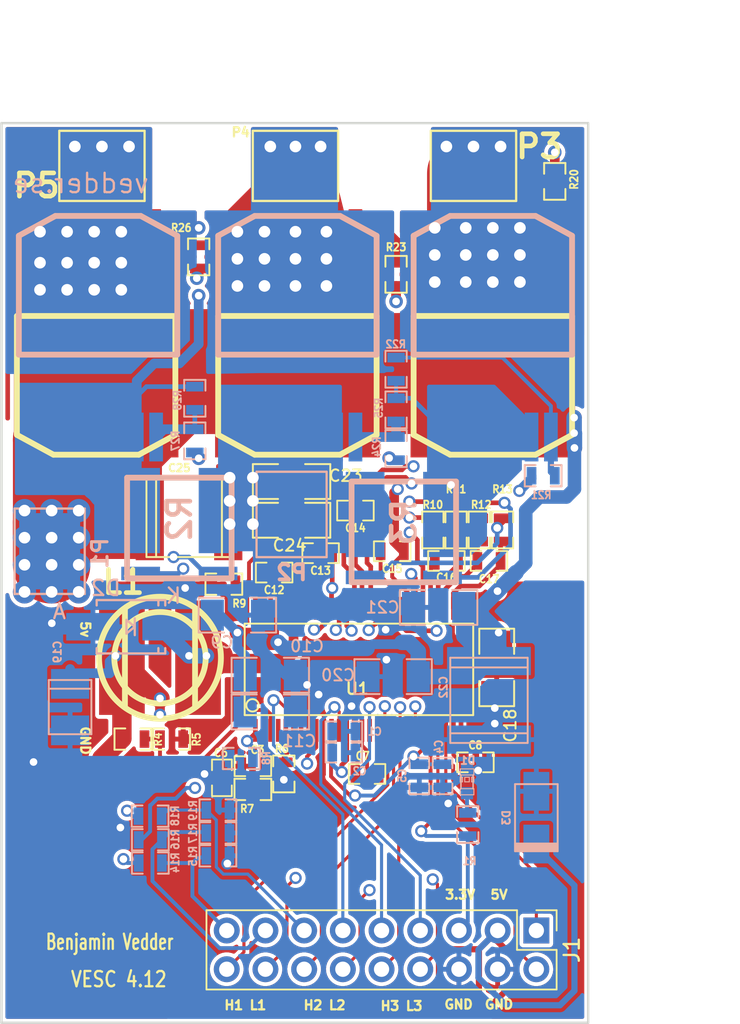
<source format=kicad_pcb>
(kicad_pcb (version 20211014) (generator pcbnew)
  (title_block (title "BLDC Driver 4.12") (date "2022-08-07") (rev "A") (company "Benjamin Vedder"))
  (layers (0 "F.Cu" signal) (1 "In1.Cu" signal "GND") (2 "In2.Cu" signal "GND2") (31 "B.Cu" signal) (34 "B.Paste" user) (35 "F.Paste" user) (36 "B.SilkS" user "B.Silkscreen") (37 "F.SilkS" user "F.Silkscreen") (38 "B.Mask" user) (39 "F.Mask" user) (44 "Edge.Cuts" user))
  (net 0 "")
  (net 1 "+5V")
  (net 2 "GND")
  (net 3 "/Mosfet driver/L2")
  (net 4 "/Mosfet driver/H2")
  (net 5 "/Mosfet driver/L1")
  (net 6 "/Mosfet driver/H1")
  (net 7 "Net-(C1-Pad1)")
  (net 8 "Net-(C3-Pad2)")
  (net 9 "Net-(C4-Pad2)")
  (net 10 "Net-(C6-Pad2)")
  (net 11 "Net-(C7-Pad2)")
  (net 12 "Net-(C7-Pad1)")
  (net 13 "Net-(C8-Pad2)")
  (net 14 "Net-(C12-Pad2)")
  (net 15 "Net-(C12-Pad1)")
  (net 16 "Net-(C13-Pad2)")
  (net 17 "Net-(C14-Pad2)")
  (net 18 "Net-(C15-Pad2)")
  (net 19 "Net-(C16-Pad1)")
  (net 20 "Net-(C16-Pad2)")
  (net 21 "Net-(C17-Pad1)")
  (net 22 "Net-(C17-Pad2)")
  (net 23 "EN")
  (net 24 "/Mosfet driver/H3")
  (net 25 "Net-(Q1-PadG)")
  (net 26 "Net-(Q2-PadG)")
  (net 27 "Net-(Q3-PadG)")
  (net 28 "Net-(Q4-PadG)")
  (net 29 "Net-(Q5-PadG)")
  (net 30 "Net-(Q6-PadG)")
  (net 31 "Net-(D1-Pad1)")
  (net 32 "Net-(R4-Pad2)")
  (net 33 "Net-(R6-Pad1)")
  (net 34 "Net-(R8-Pad2)")
  (net 35 "VCC")
  (net 36 "V_SUPPLY")
  (net 37 "/Mosfet driver/L3")
  (net 38 "/Mosfet driver/H1_VS")
  (net 39 "/Mosfet driver/H2_VS")
  (net 40 "/Mosfet driver/H3_VS")
  (net 41 "/Mosfet driver/H1_LOW")
  (net 42 "/Mosfet driver/H3_LOW")
  (net 43 "/Mosfet driver/SENS1")
  (net 44 "/Mosfet driver/SENS2")
  (net 45 "/Mosfet driver/M_H1")
  (net 46 "/Mosfet driver/M_L1")
  (net 47 "/Mosfet driver/SENS3")
  (net 48 "/Mosfet driver/M_H2")
  (net 49 "/Mosfet driver/M_L2")
  (net 50 "/Mosfet driver/M_H3")
  (net 51 "/Mosfet driver/M_L3")
  (net 52 "/Mosfet driver/SH1_A")
  (net 53 "/Mosfet driver/SH1_B")
  (net 54 "/Mosfet driver/SH2_A")
  (net 55 "/Mosfet driver/SH2_B")
  (net 56 "/Mosfet driver/FAULT")
  (net 57 "DC")
  (net 58 "/Mosfet driver/BR_SO1")
  (net 59 "/Mosfet driver/BR_SO2")
  (net 60 "Net-(R9-Pad2)")
  (footprint "w_smd_cap:c_2220" (layer "F.Cu") (at 90.805 105.918)
    (fp_text reference "C25")
    (fp_text value "15u,100V" hide)
  )
  (footprint "CRF1:1PAD_4x5mm" (layer "F.Cu") (at 85.09 82.804 90)
    (fp_text reference "P5")
    (fp_text value "MOTOR1" hide)
  )
  (footprint "CRF1:1PAD_4x5mm" (layer "F.Cu") (at 109.474 82.804 90)
    (fp_text reference "P3")
    (fp_text value "MOTOR3" hide)
  )
  (footprint "CRF1:D2PAK-7-GDS" (layer "F.Cu") (at 110.744 91.948 180)
    (fp_text reference "Q1" hide)
    (fp_text value "IRFS7530" hide)
  )
  (footprint "CRF1:D2PAK-7-GDS" (layer "F.Cu") (at 97.917 91.948 180)
    (fp_text reference "Q3" hide)
    (fp_text value "IRFS7530" hide)
  )
  (footprint "CRF1:D2PAK-7-GDS" (layer "F.Cu") (at 84.709 91.948 180)
    (fp_text reference "Q5" hide)
    (fp_text value "IRFS7530" hide)
  )
  (footprint "CRF1:TSSOP-56-PP" (layer "F.Cu") (at 101.854 115.824)
    (fp_text reference "U1")
    (fp_text value "DRV8302" hide)
  )
  (footprint "CRF1:1PAD_4x5mm" (layer "F.Cu") (at 97.79 82.804 90)
    (fp_text reference "P4")
    (fp_text value "MOTOR2" hide)
  )
  (footprint "CRF1:SMD-1206" (layer "F.Cu") (at 97.536 106.045)
    (fp_text reference "C24")
    (fp_text value "10u,50V" hide)
  )
  (footprint "CRF1:SMD-1206" (layer "F.Cu") (at 97.536 103.505)
    (fp_text reference "C23")
    (fp_text value "10u,50V" hide)
  )
  (footprint "CRF1:SMD-0603_c" (layer "F.Cu") (at 94.996 122.174)
    (fp_text reference "C3")
    (fp_text value "120p" hide)
  )
  (footprint "CRF1:SMD-0603_c" (layer "F.Cu") (at 92.964 122.936 -90)
    (fp_text reference "C6")
    (fp_text value "6.8n" hide)
  )
  (footprint "CRF1:SMD-0603_c" (layer "F.Cu") (at 102.489 122.682)
    (fp_text reference "C7")
    (fp_text value "22n" hide)
  )
  (footprint "CRF1:SMD-0603_c" (layer "F.Cu") (at 109.601 121.92 180)
    (fp_text reference "C8")
    (fp_text value "2.2u" hide)
  )
  (footprint "CRF1:SMD-0603_c" (layer "F.Cu") (at 96.393 109.474 180)
    (fp_text reference "C12")
    (fp_text value "100n" hide)
  )
  (footprint "CRF1:SMD-0603_c" (layer "F.Cu") (at 99.441 108.204 180)
    (fp_text reference "C13")
    (fp_text value "220n" hide)
  )
  (footprint "CRF1:SMD-0603_c" (layer "F.Cu") (at 101.727 105.41 180)
    (fp_text reference "C14")
    (fp_text value "220n" hide)
  )
  (footprint "CRF1:SMD-0603_c" (layer "F.Cu") (at 104.14 108.077 180)
    (fp_text reference "C15")
    (fp_text value "220n" hide)
  )
  (footprint "CRF1:SMD-0603_c" (layer "F.Cu") (at 107.696 108.712)
    (fp_text reference "C16")
    (fp_text value "2.2n" hide)
  )
  (footprint "CRF1:SMD-0603_c" (layer "F.Cu") (at 110.49 108.712)
    (fp_text reference "C17")
    (fp_text value "2.2n" hide)
  )
  (footprint "CRF1:SMD-1206" (layer "F.Cu") (at 110.998 115.697 90)
    (fp_text reference "C18")
    (fp_text value "10u,50V" hide)
  )
  (footprint "CRF1:SMD-0603_r" (layer "F.Cu") (at 87.122 120.396)
    (fp_text reference "R4")
    (fp_text value "18k" hide)
  )
  (footprint "CRF1:SMD-0603_r" (layer "F.Cu") (at 89.662 120.396)
    (fp_text reference "R5")
    (fp_text value "3k3" hide)
  )
  (footprint "CRF1:SMD-0603_r" (layer "F.Cu") (at 94.996 123.698)
    (fp_text reference "R7")
    (fp_text value "15k" hide)
  )
  (footprint "CRF1:SMD-0603_r" (layer "F.Cu") (at 97.028 122.682 -90)
    (fp_text reference "R6")
    (fp_text value "10k" hide)
  )
  (footprint "CRF1:SMD-0603_r" (layer "F.Cu") (at 93.091 110.236)
    (fp_text reference "R9")
    (fp_text value "1M" hide)
  )
  (footprint "CRF1:SMD-0603_r" (layer "F.Cu") (at 114.808 83.82 90)
    (fp_text reference "R20")
    (fp_text value "4R7" hide)
  )
  (footprint "CRF1:SMD-0603_r" (layer "F.Cu") (at 104.394 89.916 -90)
    (fp_text reference "R23")
    (fp_text value "4R7" hide)
  )
  (footprint "CRF1:SMD-0603_r" (layer "F.Cu") (at 91.44 88.773 -90)
    (fp_text reference "R26")
    (fp_text value "4R7" hide)
  )
  (footprint "CRF1:SMD-0603_r" (layer "F.Cu") (at 106.807 106.68 -90)
    (fp_text reference "R10")
    (fp_text value "100R" hide)
  )
  (footprint "CRF1:SMD-0603_r" (layer "F.Cu") (at 108.331 106.68 -90)
    (fp_text reference "R11")
    (fp_text value "100R" hide)
  )
  (footprint "CRF1:SMD-0603_r" (layer "F.Cu") (at 109.855 106.68 -90)
    (fp_text reference "R12")
    (fp_text value "100R" hide)
  )
  (footprint "CRF1:SMD-0603_r" (layer "F.Cu") (at 111.379 106.68 -90)
    (fp_text reference "R13")
    (fp_text value "100R" hide)
  )
  (footprint "w_smd_inductors:inductor_smd_8x5mm" (layer "F.Cu") (at 88.9 115.062 180)
    (fp_text reference "L1")
    (fp_text value "22u" hide)
  )
  (footprint "Connector_PinHeader_2.54mm:PinHeader_2x09_P2.54mm_Vertical" (layer "F.Cu") (at 113.6 132.95 -90)
    (fp_text reference "J1")
    (fp_text value "Motor")
  )
  (footprint "w_smd_cap:c_tant_B" (layer "B.Cu") (at 83 118.3 90)
    (fp_text reference "C19")
    (fp_text value "100u" hide)
  )
  (footprint "w_smd_cap:c_2220" (layer "B.Cu") (at 110.49 117.856 -90)
    (fp_text reference "C22")
    (fp_text value "15u, 100v" hide)
  )
  (footprint "LEDs:LED-0603" (layer "B.Cu") (at 109.05 123.2 90)
    (fp_text reference "D1")
    (fp_text value "LED" hide)
  )
  (footprint "CRF1:1PAD_4x5mm" (layer "B.Cu") (at 81.661 108.077)
    (fp_text reference "P1")
    (fp_text value "IN+" hide)
  )
  (footprint "CRF1:1PAD_4x5mm" (layer "B.Cu") (at 97.536 105.664)
    (fp_text reference "P2")
    (fp_text value "IN-" hide)
  )
  (footprint "CRF1:WSLP2726" (layer "B.Cu") (at 104.902 108.712)
    (fp_text reference "R3")
    (fp_text value "SHUNT" hide)
  )
  (footprint "CRF1:WSLP2726" (layer "B.Cu") (at 90.17 108.458)
    (fp_text reference "R2")
    (fp_text value "SHUNT" hide)
  )
  (footprint "w_smd_diode:do214ac" (layer "B.Cu") (at 113.6 125.55 -90)
    (fp_text reference "D3")
    (fp_text value "TVS 5V" hide)
  )
  (footprint "CRF1:D2PAK-7-GDS" (layer "B.Cu") (at 84.836 95.885 180)
    (fp_text reference "Q6" hide)
    (fp_text value "IRFS7530" hide)
  )
  (footprint "CRF1:D2PAK-7-GDS" (layer "B.Cu") (at 110.744 95.885 180)
    (fp_text reference "Q2" hide)
    (fp_text value "IRFS7530" hide)
  )
  (footprint "CRF1:D2PAK-7-GDS" (layer "B.Cu") (at 97.917 95.885 180)
    (fp_text reference "Q4" hide)
    (fp_text value "IRFS7530" hide)
  )
  (footprint "CRF1:SMD-1206" (layer "B.Cu") (at 104.2 116.3)
    (fp_text reference "C20")
    (fp_text value "10u,50V" hide)
  )
  (footprint "CRF1:SMD-0603_c" (layer "B.Cu") (at 100.965 121.285)
    (fp_text reference "C2")
    (fp_text value "2.2u" hide)
  )
  (footprint "CRF1:SMD-0603_c" (layer "B.Cu") (at 105.918 122.809 90)
    (fp_text reference "C5")
    (fp_text value "2.2u" hide)
  )
  (footprint "CRF1:SMD-1206" (layer "B.Cu") (at 107.188 111.76)
    (fp_text reference "C21")
    (fp_text value "10u,50V" hide)
  )
  (footprint "CRF1:SMD-1206" (layer "B.Cu") (at 93.98 112.268)
    (fp_text reference "C9")
    (fp_text value "10u,50V" hide)
  )
  (footprint "CRF1:SMD-1206" (layer "B.Cu") (at 96.139 116.205)
    (fp_text reference "C10")
    (fp_text value "10u,50V" hide)
  )
  (footprint "CRF1:SMD-1206" (layer "B.Cu") (at 96.139 118.618)
    (fp_text reference "C11")
    (fp_text value "10u,50V" hide)
  )
  (footprint "CRF1:SMD-0603_c" (layer "B.Cu") (at 107.442 122.809 90)
    (fp_text reference "C4")
    (fp_text value "2.2u" hide)
  )
  (footprint "CRF1:SMD-0603_r" (layer "B.Cu") (at 94.234 121.666)
    (fp_text reference "R8")
    (fp_text value "220k" hide)
  )
  (footprint "CRF1:SMD-0603_r" (layer "B.Cu") (at 109.1 126 -90)
    (fp_text reference "R1")
    (fp_text value "2k2" hide)
  )
  (footprint "CRF1:SMD-0603_r" (layer "B.Cu") (at 88.265 128.524)
    (fp_text reference "R14")
    (fp_text value "39k" hide)
  )
  (footprint "CRF1:SMD-0603_r" (layer "B.Cu") (at 92.7 128.05 180)
    (fp_text reference "R15")
    (fp_text value "2k2" hide)
  )
  (footprint "CRF1:SMD-0603_r" (layer "B.Cu") (at 88.265 127)
    (fp_text reference "R16")
    (fp_text value "39k" hide)
  )
  (footprint "CRF1:SMD-0603_r" (layer "B.Cu") (at 92.7 126.55 180)
    (fp_text reference "R17")
    (fp_text value "2k2" hide)
  )
  (footprint "CRF1:SMD-0603_r" (layer "B.Cu") (at 114.046 103.124 180)
    (fp_text reference "R21")
    (fp_text value "4R7" hide)
  )
  (footprint "CRF1:SMD-0603_r" (layer "B.Cu") (at 104.394 96.139 90)
    (fp_text reference "R22")
    (fp_text value "39k" hide)
  )
  (footprint "CRF1:SMD-0603_r" (layer "B.Cu") (at 88.25 125.45)
    (fp_text reference "R18")
    (fp_text value "39k" hide)
  )
  (footprint "CRF1:SMD-0603_r" (layer "B.Cu") (at 92.7 125.05 180)
    (fp_text reference "R19")
    (fp_text value "2k2" hide)
  )
  (footprint "CRF1:SMD-0603_r" (layer "B.Cu") (at 104.394 101.346 -90)
    (fp_text reference "R24")
    (fp_text value "4R7" hide)
  )
  (footprint "CRF1:SMD-0603_r" (layer "B.Cu") (at 104.394 98.806 -90)
    (fp_text reference "R25")
    (fp_text value "39k" hide)
  )
  (footprint "CRF1:SMD-0603_r" (layer "B.Cu") (at 91.186 100.838 -90)
    (fp_text reference "R27")
    (fp_text value "4R7" hide)
  )
  (footprint "CRF1:SMD-0603_r" (layer "B.Cu") (at 91.186 98.044 -90)
    (fp_text reference "R28")
    (fp_text value "39k" hide)
  )
  (footprint "Diodes_SMD:SMA_Handsoldering" (layer "B.Cu") (at 86.995 113.03 180)
    (fp_text reference "D2")
    (fp_text value "DIODESCH")
  )
  (footprint "CRF1:SMD-0603_c" (layer "B.Cu") (at 100.965 119.888)
    (fp_text reference "C1")
    (fp_text value "2.2u" hide)
  )
  (gr_line (start 117 80) (end 78.5 80) (layer "Edge.Cuts") (width 0.15))
  (gr_line (start 78.5 139) (end 117 139) (layer "Edge.Cuts") (width 0.15))
  (gr_line (start 78.5 139) (end 78.5 80) (layer "Edge.Cuts") (width 0.15))
  (gr_line (start 117 80) (end 117 139) (layer "Edge.Cuts") (width 0.15))
  (gr_text "vedder.se" (at 83.693 83.947) (layer "B.SilkS") (effects (font (size 1.27 1.27) (thickness 0.1524)) (justify mirror)))
  (gr_text "Benjamin Vedder" (at 85.6 133.7) (layer "F.SilkS") (effects (font (size 1 0.6604))))
  (gr_text "H2 L2" (at 99.7 137.85) (layer "F.SilkS") (effects (font (size 0.6 0.6))))
  (gr_text "GND" (at 84 120.5 270) (layer "F.SilkS") (effects (font (size 0.6 0.6))))
  (gr_text "VESC 4.12" (at 86.2 136.15) (layer "F.SilkS") (effects (font (size 1 0.8))))
  (gr_text "H3 L3" (at 104.75 137.9) (layer "F.SilkS") (effects (font (size 0.6 0.6))))
  (gr_text "5v" (at 84 113.2 270) (layer "F.SilkS") (effects (font (size 0.6 0.6))))
  (gr_text "H1 L1" (at 94.5 137.85) (layer "F.SilkS") (effects (font (size 0.6 0.6))))
  (gr_text "GND" (at 111.15 137.8) (layer "F.SilkS") (effects (font (size 0.6 0.6))))
  (gr_text "5V" (at 111.15 130.6) (layer "F.SilkS") (effects (font (size 0.6 0.6))))
  (gr_text "GND" (at 108.5 137.8) (layer "F.SilkS") (effects (font (size 0.6 0.6))))
  (gr_text "3.3V" (at 108.6 130.6) (layer "F.SilkS") (effects (font (size 0.6 0.6))))
  (segment (start 85.979 114.935) (end 86.106 115.062) (width 0.635) (layer "F.Cu") (net 1))
  (segment (start 86.106 115.062) (end 86.40064 115.062) (width 0.635) (layer "F.Cu") (net 1))
  (segment (start 88.9 118.8) (end 88.9 117.729) (width 0.635) (layer "F.Cu") (net 1))
  (segment (start 109.829489 134.180511) (end 109.829489 137.629489) (width 0.4064) (layer "F.Cu") (net 1))
  (segment (start 110.65 137.85) (end 110.05 137.85) (width 0.4064) (layer "F.Cu") (net 1))
  (segment (start 112.290511 136.209489) (end 110.65 137.85) (width 0.4064) (layer "F.Cu") (net 1))
  (segment (start 86.40064 115.062) (end 86.40064 115.22964) (width 1.27) (layer "F.Cu") (net 1))
  (segment (start 86.40064 115.062) (end 86.40064 120.35536) (width 1.27) (layer "F.Cu") (net 1))
  (segment (start 109.829489 137.629489) (end 110.05 137.85) (width 0.4064) (layer "F.Cu") (net 1))
  (segment (start 85.087689 132.937689) (end 90 137.85) (width 1.27) (layer "F.Cu") (net 1))
  (segment (start 86.40064 115.22964) (end 88.9 117.729) (width 1.27) (layer "F.Cu") (net 1))
  (segment (start 107.971309 134.180511) (end 107.210511 134.941309) (width 0.4064) (layer "F.Cu") (net 1))
  (segment (start 112.290511 134.901327) (end 112.290511 136.209489) (width 0.4064) (layer "F.Cu") (net 1))
  (segment (start 109.829489 134.180511) (end 107.971309 134.180511) (width 0.4064) (layer "F.Cu") (net 1))
  (segment (start 107.15 137.85) (end 110.05 137.85) (width 1.27) (layer "F.Cu") (net 1))
  (segment (start 111.06 132.95) (end 109.829489 134.180511) (width 0.4064) (layer "F.Cu") (net 1))
  (segment (start 86.36 120.396) (end 85.087689 121.668311) (width 1.27) (layer "F.Cu") (net 1))
  (segment (start 85.087689 121.668311) (end 85.087689 132.937689) (width 1.27) (layer "F.Cu") (net 1))
  (segment (start 107.210511 137.789489) (end 107.15 137.85) (width 0.4064) (layer "F.Cu") (net 1))
  (segment (start 90 137.85) (end 107.15 137.85) (width 1.27) (layer "F.Cu") (net 1))
  (segment (start 111.06 132.95) (end 111.06 133.670816) (width 0.4064) (layer "F.Cu") (net 1))
  (segment (start 86.40064 120.35536) (end 86.36 120.396) (width 1.27) (layer "F.Cu") (net 1))
  (segment (start 107.210511 134.941309) (end 107.210511 137.789489) (width 0.4064) (layer "F.Cu") (net 1))
  (segment (start 111.06 133.670816) (end 112.290511 134.901327) (width 0.4064) (layer "F.Cu") (net 1))
  (via (at 88.9 117.729) (size 0.8) (drill 0.5) (layers "F.Cu" "B.Cu") (net 1))
  (via (at 88.9 118.8) (size 0.8) (drill 0.5) (layers "F.Cu" "B.Cu") (net 1))
  (via (at 85.979 114.935) (size 0.8) (drill 0.5) (layers "F.Cu" "B.Cu") (net 1))
  (segment (start 85.598 115.316) (end 85.979 114.935) (width 0.635) (layer "B.Cu") (net 1))
  (segment (start 83.698 116.078) (end 83 116.776) (width 0.635) (layer "B.Cu") (net 1))
  (segment (start 83 115.8) (end 83 116.776) (width 0.635) (layer "B.Cu") (net 1))
  (segment (start 111.600816 137.85) (end 109.8 136.049184) (width 0.4064) (layer "B.Cu") (net 1))
  (segment (start 109.8 134.21) (end 111.06 132.95) (width 0.4064) (layer "B.Cu") (net 1))
  (segment (start 82.922 116.078) (end 85.598 116.078) (width 0.635) (layer "B.Cu") (net 1))
  (segment (start 116.1 136.9) (end 115.15 137.85) (width 0.4064) (layer "B.Cu") (net 1))
  (segment (start 113.6 127.27974) (end 113.6 127.5) (width 0.4064) (layer "B.Cu") (net 1))
  (segment (start 115.15 137.85) (end 111.600816 137.85) (width 0.4064) (layer "B.Cu") (net 1))
  (segment (start 85.598 116.078) (end 85.598 115.316) (width 0.635) (layer "B.Cu") (net 1))
  (segment (start 116.1 130) (end 116.1 136.9) (width 0.4064) (layer "B.Cu") (net 1))
  (segment (start 109.8 136.049184) (end 109.8 134.21) (width 0.4064) (layer "B.Cu") (net 1))
  (segment (start 113.6 127.5) (end 116.1 130) (width 0.4064) (layer "B.Cu") (net 1))
  (segment (start 108.65612 118.16588) (end 109.474 117.348) (width 0.3048) (layer "F.Cu") (net 2))
  (segment (start 109.474 117.348) (end 110.998 117.348) (width 0.3048) (layer "F.Cu") (net 2))
  (segment (start 98.552 116.84) (end 99.568 115.824) (width 0.635) (layer "F.Cu") (net 2))
  (segment (start 99.568 115.824) (end 101.854 115.824) (width 0.635) (layer "F.Cu") (net 2))
  (segment (start 108.204 115.824) (end 109.728 117.348) (width 0.635) (layer "F.Cu") (net 2))
  (segment (start 109.728 117.348) (end 110.998 117.348) (width 0.635) (layer "F.Cu") (net 2))
  (segment (start 98.65614 118.64086) (end 98.933 118.364) (width 0.254) (layer "F.Cu") (net 2))
  (segment (start 98.933 118.364) (end 99.314 118.364) (width 0.254) (layer "F.Cu") (net 2))
  (segment (start 99.314 118.364) (end 99.6569 118.7069) (width 0.254) (layer "F.Cu") (net 2))
  (segment (start 99.6569 118.7069) (end 99.6569 119.8245) (width 0.254) (layer "F.Cu") (net 2))
  (segment (start 110.5535 121.72188) (end 108.65612 119.8245) (width 0.254) (layer "F.Cu") (net 2))
  (segment (start 98.933 123.444) (end 99.6569 122.7201) (width 0.254) (layer "F.Cu") (net 2))
  (segment (start 99.6569 122.7201) (end 99.6569 119.8245) (width 0.254) (layer "F.Cu") (net 2))
  (segment (start 98.552 116.84) (end 101.854 115.824) (width 0.254) (layer "F.Cu") (net 2))
  (segment (start 98.298 115.824) (end 97.536 116.586) (width 0.635) (layer "F.Cu") (net 2))
  (segment (start 95.885 116.586) (end 92.075 120.396) (width 0.635) (layer "F.Cu") (net 2))
  (segment (start 92.075 120.396) (end 90.424 120.396) (width 0.635) (layer "F.Cu") (net 2))
  (segment (start 97.028 123.063) (end 97.028 123.444) (width 0.254) (layer "F.Cu") (net 2))
  (segment (start 100.965 115.824) (end 99.314 117.475) (width 0.254) (layer "F.Cu") (net 2))
  (segment (start 101.473 115.824) (end 98.933 118.364) (width 0.254) (layer "F.Cu") (net 2))
  (segment (start 110.871 119.38) (end 110.871 118.364) (width 1.016) (layer "F.Cu") (net 2))
  (segment (start 110.871 117.475) (end 110.998 117.348) (width 1.016) (layer "F.Cu") (net 2))
  (segment (start 94.996 104.775) (end 95.758 105.029) (width 0.2032) (layer "F.Cu") (net 2))
  (segment (start 95.758 105.029) (end 95.758 104.902) (width 0.2032) (layer "F.Cu") (net 2))
  (segment (start 94.39656 104.902) (end 93.38056 105.283) (width 1.016) (layer "F.Cu") (net 2))
  (segment (start 93.38056 104.86644) (end 94.996 103.251) (width 1.016) (layer "F.Cu") (net 2))
  (segment (start 94.996 103.251) (end 95.758 104.902) (width 1.016) (layer "F.Cu") (net 2))
  (segment (start 95.631 106.172) (end 94.996 104.775) (width 1.27) (layer "F.Cu") (net 2))
  (segment (start 93.472 106.299) (end 93.38056 106.20756) (width 1.27) (layer "F.Cu") (net 2))
  (segment (start 93.38056 106.20756) (end 93.38056 105.918) (width 1.27) (layer "F.Cu") (net 2))
  (segment (start 94.996 106.299) (end 95.123 106.172) (width 1.27) (layer "F.Cu") (net 2))
  (segment (start 95.123 106.172) (end 95.631 106.172) (width 1.27) (layer "F.Cu") (net 2))
  (segment (start 92.1385 122.174) (end 91.823218 122.489282) (width 0.254) (layer "F.Cu") (net 2))
  (segment (start 101.854 115.824) (end 100.965 115.824) (width 0.254) (layer "F.Cu") (net 2))
  (segment (start 92.964 122.174) (end 92.1385 122.174) (width 0.254) (layer "F.Cu") (net 2))
  (segment (start 108.65612 119.8245) (end 108.65612 118.16588) (width 0.3048) (layer "F.Cu") (net 2))
  (segment (start 98.65614 119.8245) (end 98.65614 118.64086) (width 0.254) (layer "F.Cu") (net 2))
  (segment (start 91.351088 110.490012) (end 90.551 110.490012) (width 0.4064) (layer "F.Cu") (net 2))
  (segment (start 101.854 115.824) (end 108.204 115.824) (width 0.635) (layer "F.Cu") (net 2))
  (segment (start 110.871 117.475) (end 110.871 118.364) (width 1.016) (layer "F.Cu") (net 2))
  (segment (start 95.885 103.505) (end 95.885 106.045) (width 1.27) (layer "F.Cu") (net 2))
  (segment (start 91.6051 110.236) (end 91.351088 110.490012) (width 0.4064) (layer "F.Cu") (net 2))
  (segment (start 101.854 115.824) (end 101.473 115.824) (width 0.254) (layer "F.Cu") (net 2))
  (segment (start 95.758 104.902) (end 94.39656 104.902) (width 1.016) (layer "F.Cu") (net 2))
  (segment (start 101.473 116.205) (end 101.854 115.824) (width 0.3048) (layer "F.Cu") (net 2))
  (segment (start 92.329 110.236) (end 91.6051 110.236) (width 0.4064) (layer "F.Cu") (net 2))
  (segment (start 95.758 104.902) (end 94.996 103.251) (width 0.2032) (layer "F.Cu") (net 2))
  (segment (start 97.536 116.586) (end 95.885 116.586) (width 0.635) (layer "F.Cu") (net 2))
  (segment (start 110.5535 121.92) (end 110.5535 121.72188) (width 0.254) (layer "F.Cu") (net 2))
  (segment (start 110.318353 121.92) (end 109.782385 122.455968) (width 0.508) (layer "F.Cu") (net 2))
  (segment (start 101.473 118.237) (end 101.473 116.205) (width 0.3048) (layer "F.Cu") (net 2))
  (segment (start 101.854 115.824) (end 98.298 115.824) (width 0.635) (layer "F.Cu") (net 2))
  (segment (start 93.38056 105.283) (end 93.38056 104.86644) (width 1.016) (layer "F.Cu") (net 2))
  (segment (start 92.964 122.174) (end 94.234 122.174) (width 0.254) (layer "F.Cu") (net 2))
  (segment (start 103.6574 113.169653) (end 103.709331 113.221584) (width 0.3048) (layer "F.Cu") (net 2))
  (segment (start 98.552 123.444) (end 98.933 123.444) (width 0.254) (layer "F.Cu") (net 2))
  (segment (start 103.6574 111.8235) (end 103.6574 113.169653) (width 0.3048) (layer "F.Cu") (net 2))
  (segment (start 97.028 123.444) (end 98.552 123.444) (width 0.254) (layer "F.Cu") (net 2))
  (segment (start 95.885 106.045) (end 95.631 106.172) (width 1.27) (layer "F.Cu") (net 2))
  (segment (start 91.823218 122.489282) (end 91.823218 122.684218) (width 0.254) (layer "F.Cu") (net 2))
  (segment (start 93.839986 104.78768) (end 93.472 104.775) (width 1.27) (layer "F.Cu") (net 2))
  (via (at 99.314 117.475) (size 0.8) (drill 0.5) (layers "F.Cu" "B.Cu") (net 2))
  (via (at 91.823218 122.684218) (size 0.8) (drill 0.5) (layers "F.Cu" "B.Cu") (net 2))
  (via (at 110.871 118.364) (size 0.8) (drill 0.5) (layers "F.Cu" "B.Cu") (net 2))
  (via (at 93.321003 128.553294) (size 0.8) (drill 0.5) (layers "F.Cu" "B.Cu") (net 2))
  (via (at 93.472 104.775) (size 1.524) (drill 0.762) (layers "F.Cu" "B.Cu") (net 2))
  (via (at 93.472 103.251) (size 1.524) (drill 0.762) (layers "F.Cu" "B.Cu") (net 2))
  (via (at 107.817006 124.617006) (size 0.8) (drill 0.5) (layers "F.Cu" "B.Cu") (net 2))
  (via (at 109.782385 122.455968) (size 0.8) (drill 0.5) (layers "F.Cu" "B.Cu") (net 2))
  (via (at 103.709331 113.221584) (size 0.8) (drill 0.5) (layers "F.Cu" "B.Cu") (net 2))
  (via (at 81.8 112.8) (size 0.8) (drill 0.5) (layers "F.Cu" "B.Cu") (net 2))
  (via (at 103.759 115.189) (size 0.8) (drill 0.5) (layers "F.Cu" "B.Cu") (net 2))
  (via (at 90.551 110.490012) (size 0.889) (drill 0.5) (layers "F.Cu" "B.Cu") (net 2))
  (via (at 93.472 106.299) (size 1.524) (drill 0.762) (layers "F.Cu" "B.Cu") (net 2))
  (via (at 98.552 116.84) (size 0.8) (drill 0.5) (layers "F.Cu" "B.Cu") (net 2))
  (via (at 80.6 121.9) (size 0.8) (drill 0.5) (layers "F.Cu" "B.Cu") (net 2))
  (via (at 94.996 103.251) (size 1.524) (drill 0.762) (layers "F.Cu" "B.Cu") (net 2))
  (via (at 97.028 123.063) (size 0.8) (drill 0.5) (layers "F.Cu" "B.Cu") (net 2))
  (via (at 110.871 119.38) (size 0.8) (drill 0.5) (layers "F.Cu" "B.Cu") (net 2))
  (via (at 86.3 126.2) (size 0.8) (drill 0.5) (layers "F.Cu" "B.Cu") (net 2))
  (via (at 94.996 106.299) (size 1.524) (drill 0.762) (layers "F.Cu" "B.Cu") (net 2))
  (via (at 101.473 118.237) (size 0.8) (drill 0.5) (layers "F.Cu" "B.Cu") (net 2))
  (via (at 94.996 104.775) (size 1.524) (drill 0.762) (layers "F.Cu" "B.Cu") (net 2))
  (segment (start 97.028 104.013) (end 97.536 105.664) (width 5.08) (layer "B.Cu") (net 2))
  (segment (start 97.536 105.664) (end 101.6635 105.664) (width 5.08) (layer "B.Cu") (net 2))
  (segment (start 99.187 104.013) (end 97.536 105.664) (width 2.286) (layer "B.Cu") (net 2))
  (segment (start 97.917 116.205) (end 98.552 116.84) (width 0.635) (layer "B.Cu") (net 2))
  (segment (start 99.314 117.475) (end 97.79 117.475) (width 0.254) (layer "B.Cu") (net 2))
  (segment (start 97.79 117.475) (end 97.79 118.618) (width 0.635) (layer "B.Cu") (net 2))
  (segment (start 95.377 100.58654) (end 95.37446 100.584) (width 0.254) (layer "B.Cu") (net 2))
  (segment (start 95.37446 100.584) (end 95.377 100.584) (width 0.254) (layer "B.Cu") (net 2))
  (segment (start 97.885 116.3) (end 97.79 116.205) (width 1.27) (layer "B.Cu") (net 2))
  (segment (start 98.3615 106.4895) (end 97.536 105.664) (width 1.016) (layer "B.Cu") (net 2))
  (segment (start 95.631 110.744) (end 95.631 112.268) (width 0.635) (layer "B.Cu") (net 2))
  (segment (start 96.139 111.76) (end 95.631 112.268) (width 1.016) (layer "B.Cu") (net 2))
  (segment (start 110.871 119.38) (end 110.49 119.761) (width 1.016) (layer "B.Cu") (net 2))
  (segment (start 85.852 113.284) (end 84.49564 113.284) (width 0.635) (layer "B.Cu") (net 2))
  (segment (start 85.725 113.03) (end 84.49564 113.03) (width 0.635) (layer "B.Cu") (net 2))
  (segment (start 82.03 113.03) (end 81.8 112.8) (width 1.016) (layer "B.Cu") (net 2))
  (segment (start 107.9297 123.571) (end 109.05 122.4507) (width 0.3048) (layer "B.Cu") (net 2))
  (segment (start 103.124 111.76) (end 96.139 111.76) (width 1.016) (layer "B.Cu") (net 2))
  (segment (start 96.647 101.473) (end 99.187 104.013) (width 1.016) (layer "B.Cu") (net 2))
  (segment (start 99.187 104.013) (end 97.536 105.664) (width 1.016) (layer "B.Cu") (net 2))
  (segment (start 100.457 103.759) (end 102.362 105.664) (width 0.889) (layer "B.Cu") (net 2))
  (segment (start 94.996 103.251) (end 95.123 103.28656) (width 0.2032) (layer "B.Cu") (net 2))
  (segment (start 95.123 103.28656) (end 95.123 102.87) (width 0.2032) (layer "B.Cu") (net 2))
  (segment (start 95.25 104.775) (end 94.996 104.775) (width 0.2032) (layer "B.Cu") (net 2))
  (segment (start 93.462 126.55) (end 93.462 125.05) (width 0.254) (layer "B.Cu") (net 2))
  (segment (start 94.179 124.079) (end 93.462 124.796) (width 0.2032) (layer "B.Cu") (net 2))
  (segment (start 103.709331 112.345331) (end 103.709331 112.655899) (width 0.635) (layer "B.Cu") (net 2))
  (segment (start 95.631 110.744) (end 95.377012 110.490012) (width 0.3048) (layer "B.Cu") (net 2))
  (segment (start 97.79 116.205) (end 97.917 116.205) (width 0.635) (layer "B.Cu") (net 2))
  (segment (start 100.457 100.58654) (end 100.457 103.759) (width 0.889) (layer "B.Cu") (net 2))
  (segment (start 93.462 128.05) (end 93.462 126.55) (width 0.254) (layer "B.Cu") (net 2))
  (segment (start 91.179617 110.490012) (end 90.551 110.490012) (width 0.3048) (layer "B.Cu") (net 2))
  (segment (start 100.457 100.58654) (end 99.187 100.58654) (width 0.635) (layer "B.Cu") (net 2))
  (segment (start 96.021 124.079) (end 97.028 123.072) (width 0.254) (layer "B.Cu") (net 2))
  (segment (start 107.442 123.571) (end 105.918 123.571) (width 0.254) (layer "B.Cu") (net 2))
  (segment (start 101.727 118.491) (end 101.473 118.237) (width 0.3048) (layer "B.Cu") (net 2))
  (segment (start 93.462 124.796) (end 93.462 125.05) (width 0.2032) (layer "B.Cu") (net 2))
  (segment (start 95.631 112.268) (end 95.25 112.649) (width 0.635) (layer "B.Cu") (net 2))
  (segment (start 95.631 110.236) (end 97.536 108.331) (width 0.635) (layer "B.Cu") (net 2))
  (segment (start 107.442 123.571) (end 107.9297 123.571) (width 0.3048) (layer "B.Cu") (net 2))
  (segment (start 93.462 128.05) (end 93.490858 128.078858) (width 0.254) (layer "B.Cu") (net 2))
  (segment (start 95.25 112.649) (end 95.25 114.3) (width 0.635) (layer "B.Cu") (net 2))
  (segment (start 101.727 119.888) (end 101.727 118.491) (width 0.3048) (layer "B.Cu") (net 2))
  (segment (start 95.377012 110.490012) (end 91.179617 110.490012) (width 0.3048) (layer "B.Cu") (net 2))
  (segment (start 103.709331 112.655899) (end 103.709331 113.221584) (width 0.635) (layer "B.Cu") (net 2))
  (segment (start 95.631 110.744) (end 95.631 110.236) (width 0.635) (layer "B.Cu") (net 2))
  (segment (start 96.012 124.079) (end 94.179 124.079) (width 0.2032) (layer "B.Cu") (net 2))
  (segment (start 110.871 118.364) (end 110.871 119.38) (width 1.016) (layer "B.Cu") (net 2))
  (segment (start 99.187 100.58654) (end 99.187 104.013) (width 2.286) (layer "B.Cu") (net 2))
  (segment (start 92.832127 104.607681) (end 93.472 103.251) (width 1.27) (layer "B.Cu") (net 2))
  (segment (start 95.377 104.4067) (end 95.1357 104.648) (width 0.508) (layer "B.Cu") (net 2))
  (segment (start 103.124 111.76) (end 103.709331 112.345331) (width 0.635) (layer "B.Cu") (net 2))
  (segment (start 97.155 116.205) (end 97.79 116.205) (width 0.635) (layer "B.Cu") (net 2))
  (segment (start 96.012 124.079) (end 96.021 124.079) (width 0.254) (layer "B.Cu") (net 2))
  (segment (start 97.536 105.664) (end 97.74229 105.664) (width 0.635) (layer "B.Cu") (net 2))
  (segment (start 94.107 100.58654) (end 95.377 100.58654) (width 0.254) (layer "B.Cu") (net 2))
  (segment (start 101.727 121.285) (end 101.727 119.888) (width 0.3048) (layer "B.Cu") (net 2))
  (segment (start 92.841436 121.666) (end 91.823218 122.684218) (width 0.254) (layer "B.Cu") (net 2))
  (segment (start 97.79 116.205) (end 97.79 117.475) (width 0.635) (layer "B.Cu") (net 2))
  (segment (start 97.028 123.072) (end 97.028 123.063) (width 0.254) (layer "B.Cu") (net 2))
  (segment (start 107.442 123.571) (end 107.442 124.242) (width 0.3048) (layer "B.Cu") (net 2))
  (segment (start 107.442 124.242) (end 107.817006 124.617006) (width 0.3048) (layer "B.Cu") (net 2))
  (segment (start 95.123 102.87) (end 95.377 104.4067) (width 0.508) (layer "B.Cu") (net 2))
  (segment (start 93.490858 128.383439) (end 93.321003 128.553294) (width 0.254) (layer "B.Cu") (net 2))
  (segment (start 97.536 108.331) (end 97.536 105.664) (width 0.635) (layer "B.Cu") (net 2))
  (segment (start 93.490858 128.078858) (end 93.490858 128.383439) (width 0.254) (layer "B.Cu") (net 2))
  (segment (start 109.05 122.4507) (end 109.782385 122.455968) (width 0.3048) (layer "B.Cu") (net 2))
  (segment (start 93.472 121.666) (end 92.841436 121.666) (width 0.254) (layer "B.Cu") (net 2))
  (segment (start 105.537 111.76) (end 103.124 111.76) (width 1.016) (layer "B.Cu") (net 2))
  (segment (start 82.03 113.03) (end 84.49564 113.03) (width 1.016) (layer "B.Cu") (net 2))
  (segment (start 102.549 116.3) (end 97.885 116.3) (width 1.27) (layer "B.Cu") (net 2))
  (segment (start 110.49 120.43156) (end 110.49 119.761) (width 1.016) (layer "B.Cu") (net 2))
  (segment (start 84.49564 113.284) (end 84.49564 113.24336) (width 1.016) (layer "B.Cu") (net 2))
  (segment (start 96.647 100.58654) (end 96.647 101.473) (width 1.016) (layer "B.Cu") (net 2))
  (segment (start 95.25 114.3) (end 97.155 116.205) (width 0.635) (layer "B.Cu") (net 2))
  (segment (start 94.996 103.251) (end 95.25 104.775) (width 0.2032) (layer "B.Cu") (net 2))
  (segment (start 93.472 121.666) (end 93.462 125.05) (width 0.254) (layer "B.Cu") (net 2))
  (segment (start 104.65816 119.8245) (end 104.65816 118.30816) (width 0.2032) (layer "F.Cu") (net 3))
  (segment (start 102.028911 130.921089) (end 102.65 130.3) (width 0.2032) (layer "F.Cu") (net 3))
  (segment (start 100.9 135.49) (end 102.028911 134.361089) (width 0.2032) (layer "F.Cu") (net 3))
  (segment (start 102.028911 134.361089) (end 102.028911 130.921089) (width 0.2032) (layer "F.Cu") (net 3))
  (via (at 102.65 130.3) (size 0.8) (drill 0.5) (layers "F.Cu" "B.Cu") (net 3))
  (via (at 104.65816 118.30816) (size 0.8) (drill 0.5) (layers "F.Cu" "B.Cu") (net 3))
  (segment (start 99.488911 134.361089) (end 99.488911 129.861089) (width 0.2032) (layer "F.Cu") (net 4))
  (segment (start 99.488911 129.861089) (end 103.45 125.9) (width 0.2032) (layer "F.Cu") (net 4))
  (segment (start 103.45 124.35) (end 104.227931 123.572069) (width 0.2032) (layer "F.Cu") (net 4))
  (segment (start 103.45 125.9) (end 103.45 124.35) (width 0.2032) (layer "F.Cu") (net 4))
  (segment (start 104.227931 123.572069) (end 104.227931 119.894651) (width 0.2032) (layer "F.Cu") (net 4))
  (segment (start 104.227931 119.894651) (end 104.15778 119.8245) (width 0.2032) (layer "F.Cu") (net 4))
  (segment (start 98.36 135.49) (end 99.488911 134.361089) (width 0.2032) (layer "F.Cu") (net 4))
  (segment (start 95.82 135.49) (end 97.231089 134.078911) (width 0.2032) (layer "F.Cu") (net 5))
  (segment (start 97.231089 134.078911) (end 97.231089 130.068911) (width 0.2032) (layer "F.Cu") (net 5))
  (segment (start 97.231089 130.068911) (end 97.8 129.5) (width 0.2032) (layer "F.Cu") (net 5))
  (segment (start 103.6574 119.8245) (end 103.6574 118.2426) (width 0.2032) (layer "F.Cu") (net 5))
  (via (at 103.6574 118.2426) (size 0.8) (drill 0.5) (layers "F.Cu" "B.Cu") (net 5))
  (via (at 97.8 129.5) (size 0.8) (drill 0.5) (layers "F.Cu" "B.Cu") (net 5))
  (segment (start 103.15702 121.141198) (end 103.847411 121.831589) (width 0.2032) (layer "F.Cu") (net 6))
  (segment (start 103.15702 119.8245) (end 103.15702 121.141198) (width 0.2032) (layer "F.Cu") (net 6))
  (segment (start 99.35 127.9) (end 97.55 127.9) (width 0.2032) (layer "F.Cu") (net 6))
  (segment (start 97.55 127.9) (end 94.408911 131.041089) (width 0.2032) (layer "F.Cu") (net 6))
  (segment (start 94.408911 134.361089) (end 93.28 135.49) (width 0.2032) (layer "F.Cu") (net 6))
  (segment (start 94.408911 131.041089) (end 94.408911 134.361089) (width 0.2032) (layer "F.Cu") (net 6))
  (segment (start 103.847411 121.831589) (end 103.847411 123.402589) (width 0.2032) (layer "F.Cu") (net 6))
  (segment (start 103.847411 123.402589) (end 99.35 127.9) (width 0.2032) (layer "F.Cu") (net 6))
  (segment (start 101.15804 119.8245) (end 101.15804 121.767598) (width 0.3048) (layer "F.Cu") (net 7))
  (segment (start 100.831698 122.09394) (end 100.831698 122.555) (width 0.3048) (layer "F.Cu") (net 7))
  (segment (start 101.15804 121.767598) (end 100.831698 122.09394) (width 0.3048) (layer "F.Cu") (net 7))
  (via (at 100.831698 122.555) (size 0.8) (drill 0.5) (layers "F.Cu" "B.Cu") (net 7))
  (segment (start 100.203 119.888) (end 100.203 121.285) (width 0.3048) (layer "B.Cu") (net 7))
  (segment (start 100.711 122.555) (end 100.203 122.047) (width 0.3048) (layer "B.Cu") (net 7))
  (segment (start 100.203 122.047) (end 100.203 121.285) (width 0.3048) (layer "B.Cu") (net 7))
  (segment (start 100.831698 122.555) (end 100.711 122.555) (width 0.3048) (layer "B.Cu") (net 7))
  (segment (start 95.6564 122.0724) (end 95.758 122.174) (width 0.254) (layer "F.Cu") (net 8))
  (segment (start 95.6564 119.8245) (end 95.6564 122.0724) (width 0.254) (layer "F.Cu") (net 8))
  (segment (start 95.758 122.174) (end 95.758 123.698) (width 0.254) (layer "F.Cu") (net 8))
  (segment (start 106.15676 121.04624) (end 105.664 121.539) (width 0.254) (layer "F.Cu") (net 9))
  (segment (start 105.664 121.539) (end 105.537 121.539) (width 0.254) (layer "F.Cu") (net 9))
  (segment (start 106.15676 119.8245) (end 106.15676 121.04624) (width 0.254) (layer "F.Cu") (net 9))
  (segment (start 100.126896 122.846245) (end 100.126896 119.854884) (width 0.254) (layer "F.Cu") (net 9))
  (segment (start 100.126896 119.854884) (end 100.15728 119.8245) (width 0.254) (layer "F.Cu") (net 9))
  (segment (start 101.380651 124.1) (end 100.126896 122.846245) (width 0.254) (layer "F.Cu") (net 9))
  (segment (start 101.7 124.1) (end 101.380651 124.1) (width 0.254) (layer "F.Cu") (net 9))
  (via (at 105.537 121.539) (size 0.8) (drill 0.5) (layers "F.Cu" "B.Cu") (net 9))
  (via (at 101.7 124.1) (size 0.8) (drill 0.5) (layers "F.Cu" "B.Cu") (net 9))
  (segment (start 105.537 121.539) (end 105.918 121.92) (width 0.254) (layer "B.Cu") (net 9))
  (segment (start 105.918 121.92) (end 105.918 122.047) (width 0.254) (layer "B.Cu") (net 9))
  (segment (start 102.976 124.1) (end 105.537 121.539) (width 0.254) (layer "B.Cu") (net 9))
  (segment (start 105.918 122.047) (end 107.442 122.047) (width 0.254) (layer "B.Cu") (net 9))
  (segment (start 101.7 124.1) (end 102.976 124.1) (width 0.254) (layer "B.Cu") (net 9))
  (segment (start 92.964 123.698) (end 94.234 123.698) (width 0.254) (layer "F.Cu") (net 10))
  (segment (start 102.15626 120.82526) (end 102.489 121.158) (width 0.254) (layer "F.Cu") (net 11))
  (segment (start 102.489 121.158) (end 102.489 122.301) (width 0.254) (layer "F.Cu") (net 11))
  (segment (start 102.489 122.301) (end 102.87 122.682) (width 0.254) (layer "F.Cu") (net 11))
  (segment (start 102.87 122.682) (end 103.251 122.682) (width 0.254) (layer "F.Cu") (net 11))
  (segment (start 102.15626 119.8245) (end 102.15626 120.82526) (width 0.254) (layer "F.Cu") (net 11))
  (segment (start 101.65842 121.08942) (end 101.854 121.285) (width 0.254) (layer "F.Cu") (net 12))
  (segment (start 101.854 121.285) (end 101.854 122.555) (width 0.254) (layer "F.Cu") (net 12))
  (segment (start 101.854 122.555) (end 101.727 122.682) (width 0.254) (layer "F.Cu") (net 12))
  (segment (start 101.65842 119.8245) (end 101.65842 121.08942) (width 0.254) (layer "F.Cu") (net 12))
  (segment (start 108.15828 121.42978) (end 108.6485 121.92) (width 0.254) (layer "F.Cu") (net 13))
  (segment (start 108.15828 119.8245) (end 108.15828 121.42978) (width 0.254) (layer "F.Cu") (net 13))
  (segment (start 97.15754 110.74654) (end 96.901 110.49) (width 0.254) (layer "F.Cu") (net 14))
  (segment (start 96.901 110.49) (end 95.885 110.49) (width 0.254) (layer "F.Cu") (net 14))
  (segment (start 95.885 110.49) (end 95.631 110.236) (width 0.254) (layer "F.Cu") (net 14))
  (segment (start 95.631 110.236) (end 95.631 109.474) (width 0.254) (layer "F.Cu") (net 14))
  (segment (start 97.15754 111.8235) (end 97.15754 110.74654) (width 0.254) (layer "F.Cu") (net 14))
  (segment (start 97.663 113.538) (end 97.917 113.284) (width 0.635) (layer "F.Cu") (net 15))
  (segment (start 97.917 111.8235) (end 98.1583 111.8235) (width 0.3048) (layer "F.Cu") (net 15))
  (segment (start 91.39936 115.02136) (end 91.39936 115.062) (width 0.635) (layer "F.Cu") (net 15))
  (segment (start 97.028 115.443) (end 97.663 114.808) (width 0.635) (layer "F.Cu") (net 15))
  (segment (start 97.663 114.808) (end 97.663 113.538) (width 0.635) (layer "F.Cu") (net 15))
  (segment (start 90.805 114.935) (end 90.932 115.062) (width 1.016) (layer "F.Cu") (net 15))
  (segment (start 90.932 115.062) (end 91.39936 115.062) (width 1.016) (layer "F.Cu") (net 15))
  (segment (start 91.948 114.935) (end 91.821 115.062) (width 1.016) (layer "F.Cu") (net 15))
  (segment (start 91.821 115.062) (end 91.39936 115.062) (width 1.016) (layer "F.Cu") (net 15))
  (segment (start 92.943 115.443) (end 92.562 115.062) (width 1.27) (layer "F.Cu") (net 15))
  (segment (start 92.562 115.062) (end 91.39936 115.062) (width 1.27) (layer "F.Cu") (net 15))
  (segment (start 97.65792 110.48492) (end 97.155 109.982) (width 0.254) (layer "F.Cu") (net 15))
  (segment (start 97.155 109.982) (end 97.155 109.474) (width 0.254) (layer "F.Cu") (net 15))
  (segment (start 92.943 115.443) (end 96.708851 115.443) (width 1.27) (layer "F.Cu") (net 15))
  (segment (start 91.39936 115.062) (end 92.562 115.062) (width 2.286) (layer "F.Cu") (net 15))
  (segment (start 97.917 111.8235) (end 97.917 113.284) (width 0.635) (layer "F.Cu") (net 15))
  (segment (start 97.65792 111.8235) (end 97.65792 110.48492) (width 0.254) (layer "F.Cu") (net 15))
  (segment (start 97.65792 111.8235) (end 97.917 111.8235) (width 0.3048) (layer "F.Cu") (net 15))
  (segment (start 96.708851 115.443) (end 97.028 115.443) (width 0.635) (layer "F.Cu") (net 15))
  (via (at 90.805 114.935) (size 0.8) (drill 0.5) (layers "F.Cu" "B.Cu") (net 15))
  (via (at 91.948 114.935) (size 0.8) (drill 0.5) (layers "F.Cu" "B.Cu") (net 15))
  (segment (start 89.49436 113.62436) (end 90.805 114.935) (width 1.016) (layer "B.Cu") (net 15))
  (segment (start 90.805 114.935) (end 91.948 114.935) (width 1.016) (layer "B.Cu") (net 15))
  (segment (start 89.49436 113.03) (end 89.49436 113.62436) (width 1.016) (layer "B.Cu") (net 15))
  (segment (start 99.15652 110.45952) (end 98.679 109.982) (width 0.254) (layer "F.Cu") (net 16))
  (segment (start 98.679 109.982) (end 98.679 108.204) (width 0.254) (layer "F.Cu") (net 16))
  (segment (start 99.15652 111.8235) (end 99.15652 110.45952) (width 0.254) (layer "F.Cu") (net 16))
  (segment (start 100.965 108.966) (end 101.65842 109.65942) (width 0.3048) (layer "F.Cu") (net 17))
  (segment (start 101.65842 109.65942) (end 101.65842 111.8235) (width 0.3048) (layer "F.Cu") (net 17))
  (segment (start 100.965 108.966) (end 100.965 105.41) (width 0.3048) (layer "F.Cu") (net 17))
  (segment (start 103.378 109.70494) (end 103.378 108.077) (width 0.254) (layer "F.Cu") (net 18))
  (segment (start 104.15778 110.48472) (end 103.378 109.70494) (width 0.254) (layer "F.Cu") (net 18))
  (segment (start 104.15778 111.8235) (end 104.15778 110.48472) (width 0.254) (layer "F.Cu") (net 18))
  (segment (start 106.807 107.442) (end 106.807 108.585) (width 0.3048) (layer "F.Cu") (net 19))
  (segment (start 106.65714 111.8235) (end 106.65714 108.98886) (width 0.3048) (layer "F.Cu") (net 19))
  (segment (start 106.65714 108.98886) (end 106.934 108.712) (width 0.3048) (layer "F.Cu") (net 19))
  (segment (start 106.807 108.585) (end 106.934 108.712) (width 0.3048) (layer "F.Cu") (net 19))
  (segment (start 107.15752 110.26648) (end 108.458 108.966) (width 0.3048) (layer "F.Cu") (net 20))
  (segment (start 108.458 108.712) (end 108.458 107.569) (width 0.3048) (layer "F.Cu") (net 20))
  (segment (start 108.458 107.569) (end 108.331 107.442) (width 0.3048) (layer "F.Cu") (net 20))
  (segment (start 107.15752 111.8235) (end 107.15752 110.26648) (width 0.3048) (layer "F.Cu") (net 20))
  (segment (start 108.458 108.966) (end 108.458 108.712) (width 0.3048) (layer "F.Cu") (net 20))
  (segment (start 107.6579 110.5281) (end 108.458 109.728) (width 0.3048) (layer "F.Cu") (net 21))
  (segment (start 108.458 109.728) (end 108.925362 109.728) (width 0.3048) (layer "F.Cu") (net 21))
  (segment (start 109.728 108.925362) (end 109.728 108.712) (width 0.3048) (layer "F.Cu") (net 21))
  (segment (start 109.728 107.569) (end 109.855 107.442) (width 0.3048) (layer "F.Cu") (net 21))
  (segment (start 107.6579 111.8235) (end 107.6579 110.5281) (width 0.3048) (layer "F.Cu") (net 21))
  (segment (start 108.925362 109.728) (end 109.728 108.925362) (width 0.3048) (layer "F.Cu") (net 21))
  (segment (start 109.728 108.712) (end 109.728 107.569) (width 0.3048) (layer "F.Cu") (net 21))
  (segment (start 108.15828 110.826548) (end 108.621828 110.363) (width 0.3048) (layer "F.Cu") (net 22))
  (segment (start 111.252 108.966) (end 111.252 108.712) (width 0.3048) (layer "F.Cu") (net 22))
  (segment (start 111.252 107.569) (end 111.379 107.442) (width 0.3048) (layer "F.Cu") (net 22))
  (segment (start 111.252 108.712) (end 111.252 107.569) (width 0.3048) (layer "F.Cu") (net 22))
  (segment (start 108.621828 110.363) (end 109.855 110.363) (width 0.3048) (layer "F.Cu") (net 22))
  (segment (start 108.15828 111.8235) (end 108.15828 110.826548) (width 0.3048) (layer "F.Cu") (net 22))
  (segment (start 109.855 110.363) (end 111.252 108.966) (width 0.3048) (layer "F.Cu") (net 22))
  (segment (start 102.65664 119.8245) (end 102.65664 118.30664) (width 0.2032) (layer "F.Cu") (net 23))
  (segment (start 102.65664 118.30664) (end 102.65 118.3) (width 0.2032) (layer "F.Cu") (net 23))
  (via (at 102.65 118.3) (size 0.8) (drill 0.5) (layers "F.Cu" "B.Cu") (net 23))
  (segment (start 103.85 127.2) (end 105.98 129.33) (width 0.2032) (layer "B.Cu") (net 23))
  (segment (start 101.021089 123.328911) (end 102.65 121.7) (width 0.2032) (layer "B.Cu") (net 23))
  (segment (start 105.98 129.33) (end 105.98 132.95) (width 0.2032) (layer "B.Cu") (net 23))
  (segment (start 103.839874 127.2) (end 101.021089 124.381215) (width 0.2032) (layer "B.Cu") (net 23))
  (segment (start 102.65 121.7) (end 102.65 118.3) (width 0.2032) (layer "B.Cu") (net 23))
  (segment (start 103.85 127.2) (end 103.839874 127.2) (width 0.2032) (layer "B.Cu") (net 23))
  (segment (start 101.021089 124.381215) (end 101.021089 123.328911) (width 0.2032) (layer "B.Cu") (net 23))
  (segment (start 104.568911 123.781089) (end 104.65 123.7) (width 0.2032) (layer "F.Cu") (net 24))
  (segment (start 103.44 135.49) (end 104.568911 134.361089) (width 0.2032) (layer "F.Cu") (net 24))
  (segment (start 104.65 121.290912) (end 105.15854 120.782372) (width 0.2032) (layer "F.Cu") (net 24))
  (segment (start 105.15854 120.782372) (end 105.15854 119.8245) (width 0.2032) (layer "F.Cu") (net 24))
  (segment (start 104.65 123.7) (end 104.65 121.290912) (width 0.2032) (layer "F.Cu") (net 24))
  (segment (start 104.568911 134.361089) (end 104.568911 123.781089) (width 0.2032) (layer "F.Cu") (net 24))
  (segment (start 114.554 84.836) (end 114.808 84.582) (width 0.635) (layer "F.Cu") (net 25))
  (segment (start 114.554 87.24646) (end 114.554 84.836) (width 0.635) (layer "F.Cu") (net 25))
  (segment (start 114.554 102.87) (end 114.808 103.124) (width 0.4064) (layer "B.Cu") (net 26))
  (segment (start 111.379 95.377) (end 114.554 98.552) (width 0.254) (layer "B.Cu") (net 26))
  (segment (start 114.554 98.552) (end 114.554 100.58654) (width 0.254) (layer "B.Cu") (net 26))
  (segment (start 104.394 95.377) (end 111.379 95.377) (width 0.254) (layer "B.Cu") (net 26))
  (segment (start 114.554 100.58654) (end 114.554 102.87) (width 0.4064) (layer "B.Cu") (net 26))
  (segment (start 104.394 87.757) (end 103.88346 87.24646) (width 0.635) (layer "F.Cu") (net 27))
  (segment (start 103.88346 87.24646) (end 101.727 87.24646) (width 0.635) (layer "F.Cu") (net 27))
  (segment (start 104.394 89.154) (end 104.394 87.757) (width 0.635) (layer "F.Cu") (net 27))
  (segment (start 101.72954 100.584) (end 101.727 100.58654) (width 0.635) (layer "B.Cu") (net 28))
  (segment (start 104.394 99.568) (end 104.394 100.584) (width 0.635) (layer "B.Cu") (net 28))
  (segment (start 104.394 100.584) (end 101.72954 100.584) (width 0.635) (layer "B.Cu") (net 28))
  (segment (start 89.28354 88.011) (end 88.519 87.24646) (width 0.635) (layer "F.Cu") (net 29))
  (segment (start 91.44 88.011) (end 89.28354 88.011) (width 0.635) (layer "F.Cu") (net 29))
  (segment (start 89.15654 100.076) (end 88.646 100.58654) (width 0.635) (layer "B.Cu") (net 30))
  (segment (start 91.186 100.076) (end 89.15654 100.076) (width 0.635) (layer "B.Cu") (net 30))
  (segment (start 91.186 98.806) (end 91.186 100.076) (width 0.3048) (layer "B.Cu") (net 30))
  (segment (start 109.05 125.188) (end 109.1 125.238) (width 0.254) (layer "B.Cu") (net 31))
  (segment (start 109.05 123.9493) (end 109.05 125.188) (width 0.254) (layer "B.Cu") (net 31))
  (segment (start 96.15678 118.76278) (end 95.885 118.491) (width 0.254) (layer "F.Cu") (net 32))
  (segment (start 95.885 118.491) (end 94.996 118.491) (width 0.254) (layer "F.Cu") (net 32))
  (segment (start 94.996 118.491) (end 91.694 121.793) (width 0.254) (layer "F.Cu") (net 32))
  (segment (start 91.694 121.793) (end 89.154 121.793) (width 0.254) (layer "F.Cu") (net 32))
  (segment (start 89.154 121.793) (end 88.9 121.539) (width 0.254) (layer "F.Cu") (net 32))
  (segment (start 88.9 121.539) (end 88.9 120.396) (width 0.254) (layer "F.Cu") (net 32))
  (segment (start 96.15678 119.8245) (end 96.15678 118.76278) (width 0.254) (layer "F.Cu") (net 32))
  (segment (start 87.884 120.396) (end 88.9 120.396) (width 0.3048) (layer "F.Cu") (net 32))
  (segment (start 98.1583 120.9167) (end 97.917 121.158) (width 0.254) (layer "F.Cu") (net 33))
  (segment (start 97.917 121.158) (end 97.409 121.158) (width 0.254) (layer "F.Cu") (net 33))
  (segment (start 97.409 121.158) (end 97.028 121.539) (width 0.254) (layer "F.Cu") (net 33))
  (segment (start 97.028 121.539) (end 97.028 121.92) (width 0.254) (layer "F.Cu") (net 33))
  (segment (start 98.1583 119.8245) (end 98.1583 120.9167) (width 0.254) (layer "F.Cu") (net 33))
  (segment (start 95.15856 119.97944) (end 94.615 120.523) (width 0.254) (layer "F.Cu") (net 34))
  (segment (start 95.15856 119.8245) (end 95.15856 119.97944) (width 0.254) (layer "F.Cu") (net 34))
  (via (at 94.615 120.523) (size 0.8) (drill 0.5) (layers "F.Cu" "B.Cu") (net 34))
  (segment (start 94.615 120.523) (end 94.996 120.904) (width 0.254) (layer "B.Cu") (net 34))
  (segment (start 94.996 120.904) (end 94.996 121.666) (width 0.254) (layer "B.Cu") (net 34))
  (segment (start 99.15652 120.93448) (end 98.552 121.539) (width 0.254) (layer "F.Cu") (net 35))
  (segment (start 98.552 121.539) (end 98.552 121.92) (width 0.254) (layer "F.Cu") (net 35))
  (segment (start 98.551989 122) (end 98.552 121.999989) (width 0.508) (layer "F.Cu") (net 35))
  (segment (start 106.65714 125.15714) (end 106.65714 125.820749) (width 0.254) (layer "F.Cu") (net 35))
  (segment (start 99.15652 119.8245) (end 99.15652 120.93448) (width 0.254) (layer "F.Cu") (net 35))
  (segment (start 106.65714 119.8245) (end 106.65714 125.15714) (width 0.254) (layer "F.Cu") (net 35))
  (segment (start 98.552 121.999989) (end 98.552 121.92) (width 0.508) (layer "F.Cu") (net 35))
  (segment (start 106.65714 125.820749) (end 106.044996 126.432893) (width 0.254) (layer "F.Cu") (net 35))
  (via (at 98.551989 122) (size 0.8) (drill 0.5) (layers "F.Cu" "B.Cu") (net 35))
  (via (at 106.044996 126.432893) (size 0.8) (drill 0.5) (layers "F.Cu" "B.Cu") (net 35))
  (segment (start 109.1 132.37) (end 108.52 132.95) (width 0.254) (layer "B.Cu") (net 35))
  (segment (start 106.362103 126.75) (end 106.044996 126.432893) (width 0.254) (layer "B.Cu") (net 35))
  (segment (start 109.088 126.75) (end 106.362103 126.75) (width 0.254) (layer "B.Cu") (net 35))
  (segment (start 109.1 126.762) (end 109.1 132.37) (width 0.254) (layer "B.Cu") (net 35))
  (segment (start 109.1 126.762) (end 109.088 126.75) (width 0.254) (layer "B.Cu") (net 35))
  (segment (start 97.917 97.84842) (end 84.709 97.84842) (width 5.08) (layer "F.Cu") (net 36))
  (segment (start 107.50042 97.84842) (end 104.648 94.996) (width 5.08) (layer "F.Cu") (net 36))
  (segment (start 104.648 94.996) (end 100.76942 94.996) (width 5.08) (layer "F.Cu") (net 36))
  (segment (start 100.76942 94.996) (end 97.917 97.84842) (width 5.08) (layer "F.Cu") (net 36))
  (segment (start 95.30842 97.84842) (end 92.202 94.742) (width 5.08) (layer "F.Cu") (net 36))
  (segment (start 92.202 94.742) (end 87.81542 94.742) (width 5.08) (layer "F.Cu") (net 36))
  (segment (start 87.81542 94.742) (end 84.709 97.84842) (width 5.08) (layer "F.Cu") (net 36))
  (segment (start 83.566 108.966) (end 81.788 108.966) (width 0.635) (layer "F.Cu") (net 36))
  (segment (start 80.01 108.966) (end 80.01 107.188) (width 0.635) (layer "F.Cu") (net 36))
  (segment (start 81.788 107.188) (end 83.566 107.188) (width 0.635) (layer "F.Cu") (net 36))
  (segment (start 83.566 105.41) (end 81.788 105.41) (width 0.635) (layer "F.Cu") (net 36))
  (segment (start 80.01 105.41) (end 85.852 99.06) (width 0.635) (layer "F.Cu") (net 36))
  (segment (start 85.852 99.06) (end 85.852 98.044) (width 0.635) (layer "F.Cu") (net 36))
  (segment (start 85.852 98.044) (end 84.709 97.84842) (width 0.635) (layer "F.Cu") (net 36))
  (segment (start 81.788 100.76942) (end 84.709 97.84842) (width 5.08) (layer "F.Cu") (net 36))
  (segment (start 81.788 106.172) (end 90.11158 97.84842) (width 5.08) (layer "F.Cu") (net 36))
  (segment (start 90.11158 97.84842) (end 97.917 97.84842) (width 5.08) (layer "F.Cu") (net 36))
  (segment (start 108.65612 113.35512) (end 109.347 114.046) (width 0.3048) (layer "F.Cu") (net 36))
  (segment (start 109.347 114.046) (end 110.998 114.046) (width 0.3048) (layer "F.Cu") (net 36))
  (segment (start 96.3295 111.8235) (end 96.393 111.887) (width 0.3048) (layer "F.Cu") (net 36))
  (segment (start 96.4565 111.8235) (end 96.393 111.887) (width 0.3048) (layer "F.Cu") (net 36))
  (segment (start 110.921802 113.665) (end 110.998 114.046) (width 0.4064) (layer "F.Cu") (net 36))
  (segment (start 84.074 105.918) (end 83.566 105.41) (width 2.286) (layer "F.Cu") (net 36))
  (segment (start 111.125 113.411) (end 110.921802 113.614198) (width 1.016) (layer "F.Cu") (net 36))
  (segment (start 110.921802 113.614198) (end 110.998 114.046) (width 1.016) (layer "F.Cu") (net 36))
  (segment (start 116.1 101.3) (end 112.64842 97.84842) (width 1.016) (layer "F.Cu") (net 36))
  (segment (start 112.64842 97.84842) (end 110.744 97.84842) (width 1.016) (layer "F.Cu") (net 36))
  (segment (start 96.393 113.792) (end 96.647 114.046) (width 0.635) (layer "F.Cu") (net 36))
  (segment (start 94.615 114.046) (end 93.98 113.411) (width 1.016) (layer "F.Cu") (net 36))
  (segment (start 116.078 100.33) (end 113.59642 97.84842) (width 0.889) (layer "F.Cu") (net 36))
  (segment (start 113.59642 97.84842) (end 110.744 97.84842) (width 0.889) (layer "F.Cu") (net 36))
  (segment (start 99.187 99.11842) (end 97.917 97.84842) (width 1.27) (layer "F.Cu") (net 36))
  (segment (start 99.187 99.11842) (end 97.917 97.84842) (width 2.286) (layer "F.Cu") (net 36))
  (segment (start 97.917 97.84842) (end 95.30842 97.84842) (width 5.08) (layer "F.Cu") (net 36))
  (segment (start 96.65716 111.8235) (end 96.4565 111.8235) (width 0.3048) (layer "F.Cu") (net 36))
  (segment (start 99.187 103.505) (end 99.187 106.045) (width 1.27) (layer "F.Cu") (net 36))
  (segment (start 97.917 97.84842) (end 107.50042 97.84842) (width 5.08) (layer "F.Cu") (net 36))
  (segment (start 81.788 108.966) (end 81.788 100.76942) (width 5.08) (layer "F.Cu") (net 36))
  (segment (start 96.647 114.046) (end 94.615 114.046) (width 1.016) (layer "F.Cu") (net 36))
  (segment (start 99.187 106.045) (end 99.187 99.11842) (width 2.286) (layer "F.Cu") (net 36))
  (segment (start 99.187 103.505) (end 99.187 99.11842) (width 1.27) (layer "F.Cu") (net 36))
  (segment (start 96.15678 111.8235) (end 96.3295 111.8235) (width 0.3048) (layer "F.Cu") (net 36))
  (segment (start 96.012 113.411) (end 93.98 113.411) (width 0.635) (layer "F.Cu") (net 36))
  (segment (start 81.788 107.188) (end 81.788 106.172) (width 5.08) (layer "F.Cu") (net 36))
  (segment (start 96.4565 111.8235) (end 96.4565 112.9665) (width 0.635) (layer "F.Cu") (net 36))
  (segment (start 116.078 99.314) (end 112.20958 99.314) (width 1.016) (layer "F.Cu") (net 36))
  (segment (start 112.20958 99.314) (end 110.744 97.84842) (width 1.016) (layer "F.Cu") (net 36))
  (segment (start 96.393 111.887) (end 96.393 113.792) (width 0.635) (layer "F.Cu") (net 36))
  (segment (start 96.4565 112.9665) (end 96.012 113.411) (width 0.635) (layer "F.Cu") (net 36))
  (segment (start 108.65612 111.8235) (end 108.65612 113.35512) (width 0.3048) (layer "F.Cu") (net 36))
  (via (at 81.788 105.41) (size 1.524) (drill 0.762) (layers "F.Cu" "B.Cu") (net 36))
  (via (at 116.1 101.3) (size 0.8) (drill 0.5) (layers "F.Cu" "B.Cu") (net 36))
  (via (at 111.125 113.411) (size 0.8) (drill 0.5) (layers "F.Cu" "B.Cu") (net 36))
  (via (at 83.566 110.744) (size 1.524) (drill 0.762) (layers "F.Cu" "B.Cu") (net 36))
  (via (at 81.788 107.188) (size 1.524) (drill 0.762) (layers "F.Cu" "B.Cu") (net 36))
  (via (at 93.98 113.411) (size 0.8) (drill 0.5) (layers "F.Cu" "B.Cu") (net 36))
  (via (at 80.01 110.744) (size 1.524) (drill 0.762) (layers "F.Cu" "B.Cu") (net 36))
  (via (at 81.788 108.966) (size 1.524) (drill 0.762) (layers "F.Cu" "B.Cu") (net 36))
  (via (at 111.049589 110.692411) (size 0.8) (drill 0.5) (layers "F.Cu" "B.Cu") (net 36))
  (via (at 80.01 105.41) (size 1.524) (drill 0.762) (layers "F.Cu" "B.Cu") (net 36))
  (via (at 81.788 110.744) (size 1.524) (drill 0.762) (layers "F.Cu" "B.Cu") (net 36))
  (via (at 96.647 114.046) (size 0.8) (drill 0.5) (layers "F.Cu" "B.Cu") (net 36))
  (via (at 116.078 99.314) (size 0.8) (drill 0.5) (layers "F.Cu" "B.Cu") (net 36))
  (via (at 80.01 108.966) (size 1.524) (drill 0.762) (layers "F.Cu" "B.Cu") (net 36))
  (via (at 83.566 108.966) (size 1.524) (drill 0.762) (layers "F.Cu" "B.Cu") (net 36))
  (via (at 83.566 107.188) (size 1.524) (drill 0.762) (layers "F.Cu" "B.Cu") (net 36))
  (via (at 83.566 105.41) (size 1.524) (drill 0.762) (layers "F.Cu" "B.Cu") (net 36))
  (via (at 80.01 107.188) (size 1.524) (drill 0.762) (layers "F.Cu" "B.Cu") (net 36))
  (via (at 116.078 100.33) (size 0.8) (drill 0.5) (layers "F.Cu" "B.Cu") (net 36))
  (segment (start 81.788 108.966) (end 80.01 108.966) (width 0.635) (layer "B.Cu") (net 36))
  (segment (start 80.01 107.188) (end 81.788 107.188) (width 0.635) (layer "B.Cu") (net 36))
  (segment (start 92.837 112.268) (end 92.329 112.268) (width 0.635) (layer "B.Cu") (net 36))
  (segment (start 109.47044 116.3) (end 110.49 115.28044) (width 1.016) (layer "B.Cu") (net 36))
  (segment (start 108.839 113.62944) (end 110.49 115.28044) (width 1.016) (layer "B.Cu") (net 36))
  (segment (start 110.49 115.28044) (end 111.201198 114.569242) (width 1.016) (layer "B.Cu") (net 36))
  (segment (start 97.046999 114.445999) (end 96.647 114.046) (width 1.016) (layer "B.Cu") (net 36))
  (segment (start 105.256699 114.054699) (end 105.851 114.649) (width 1.016) (layer "B.Cu") (net 36))
  (segment (start 105.851 114.649) (end 105.851 116.3) (width 1.016) (layer "B.Cu") (net 36))
  (segment (start 116.1 100.352) (end 116.078 100.33) (width 1.016) (layer "B.Cu") (net 36))
  (segment (start 93.98 113.411) (end 92.837 112.268) (width 0.635) (layer "B.Cu") (net 36))
  (segment (start 108.839 111.76) (end 109.982 111.76) (width 1.016) (layer "B.Cu") (net 36))
  (segment (start 102.616 114.427) (end 102.87 114.173) (width 0.635) (layer "B.Cu") (net 36))
  (segment (start 108.839 111.76) (end 108.839 113.62944) (width 1.016) (layer "B.Cu") (net 36))
  (segment (start 105.851 114.649) (end 105.851 116.3) (width 0.635) (layer "B.Cu") (net 36))
  (segment (start 102.87 114.173) (end 104.656699 114.173) (width 0.635) (layer "B.Cu") (net 36))
  (segment (start 111.125 113.411) (end 111.125 114.64544) (width 1.016) (layer "B.Cu") (net 36))
  (segment (start 112.903 105.41) (end 112.903 108.839) (width 0.889) (layer "B.Cu") (net 36))
  (segment (start 94.488 114.935) (end 93.98 114.427) (width 0.635) (layer "B.Cu") (net 36))
  (segment (start 104.656699 114.173) (end 104.775 114.054699) (width 0.635) (layer "B.Cu") (net 36))
  (segment (start 94.488 116.205) (end 94.488 114.935) (width 0.635) (layer "B.Cu") (net 36))
  (segment (start 115.57 104.521) (end 113.792 104.521) (width 0.889) (layer "B.Cu") (net 36))
  (segment (start 113.792 104.521) (end 112.903 105.41) (width 0.889) (layer "B.Cu") (net 36))
  (segment (start 102.489 114.445999) (end 97.046999 114.445999) (width 1.016) (layer "B.Cu") (net 36))
  (segment (start 116.078 100.33) (end 116.078 99.314) (width 1.016) (layer "B.Cu") (net 36))
  (segment (start 116.1 101.3) (end 116.1 103.991) (width 0.889) (layer "B.Cu") (net 36))
  (segment (start 110.49 113.919) (end 110.49 115.28044) (width 1.016) (layer "B.Cu") (net 36))
  (segment (start 93.98 114.427) (end 93.98 113.411) (width 0.635) (layer "B.Cu") (net 36))
  (segment (start 116.1 101.3) (end 116.1 100.352) (width 1.016) (layer "B.Cu") (net 36))
  (segment (start 110.236 113.665) (end 110.49 113.919) (width 1.016) (layer "B.Cu") (net 36))
  (segment (start 108.839 112.268) (end 110.236 113.665) (width 1.016) (layer "B.Cu") (net 36))
  (segment (start 112.903 108.839) (end 112.268 109.474) (width 0.889) (layer "B.Cu") (net 36))
  (segment (start 105.256699 114.054699) (end 105.851 114.649) (width 0.635) (layer "B.Cu") (net 36))
  (segment (start 109.982 112.268) (end 109.982 111.76) (width 1.016) (layer "B.Cu") (net 36))
  (segment (start 116.1 103.991) (end 115.57 104.521) (width 0.889) (layer "B.Cu") (net 36))
  (segment (start 105.851 116.3) (end 109.47044 116.3) (width 1.016) (layer "B.Cu") (net 36))
  (segment (start 111.049589 110.692411) (end 112.268 109.474) (width 1.016) (layer "B.Cu") (net 36))
  (segment (start 111.125 113.411) (end 109.982 112.268) (width 1.016) (layer "B.Cu") (net 36))
  (segment (start 109.982 111.76) (end 111.049589 110.692411) (width 1.016) (layer "B.Cu") (net 36))
  (segment (start 96.647 114.046) (end 97.046999 114.445999) (width 0.635) (layer "B.Cu") (net 36))
  (segment (start 104.775 114.054699) (end 105.256699 114.054699) (width 1.016) (layer "B.Cu") (net 36))
  (segment (start 94.488 116.205) (end 94.488 118.618) (width 0.635) (layer "B.Cu") (net 36))
  (segment (start 105.65638 119.8245) (end 105.65638 118.25638) (width 0.2032) (layer "F.Cu") (net 37))
  (segment (start 107.108911 129.908911) (end 106.8 129.6) (width 0.2032) (layer "F.Cu") (net 37))
  (segment (start 105.98 135.49) (end 107.108911 134.361089) (width 0.2032) (layer "F.Cu") (net 37))
  (segment (start 107.108911 134.361089) (end 107.108911 129.908911) (width 0.2032) (layer "F.Cu") (net 37))
  (via (at 106.8 129.6) (size 0.8) (drill 0.5) (layers "F.Cu" "B.Cu") (net 37))
  (via (at 105.65638 118.25638) (size 0.8) (drill 0.5) (layers "F.Cu" "B.Cu") (net 37))
  (segment (start 113.03 88.138) (end 112.522 88.646) (width 0.635) (layer "F.Cu") (net 38))
  (segment (start 112.522 86.868) (end 112.014 87.376) (width 0.635) (layer "F.Cu") (net 38))
  (segment (start 112.014 87.376) (end 111.506 87.376) (width 0.635) (layer "F.Cu") (net 38))
  (segment (start 111.506 87.376) (end 110.744 86.868) (width 0.635) (layer "F.Cu") (net 38))
  (segment (start 110.744 88.646) (end 110.49 88.9) (width 0.635) (layer "F.Cu") (net 38))
  (segment (start 110.49 88.9) (end 108.966 88.646) (width 0.635) (layer "F.Cu") (net 38))
  (segment (start 108.966 86.868) (end 108.712 86.614) (width 0.635) (layer "F.Cu") (net 38))
  (segment (start 108.712 86.614) (end 106.934 86.868) (width 0.635) (layer "F.Cu") (net 38))
  (segment (start 106.934 88.646) (end 106.934 87.63) (width 0.635) (layer "F.Cu") (net 38))
  (segment (start 106.934 87.63) (end 106.68 87.50046) (width 0.635) (layer "F.Cu") (net 38))
  (segment (start 107.31246 87.50046) (end 107.95 87.63) (width 0.635) (layer "F.Cu") (net 38))
  (segment (start 107.95 87.63) (end 108.204 87.24646) (width 0.635) (layer "F.Cu") (net 38))
  (segment (start 108.204 87.376) (end 107.95 87.63) (width 0.635) (layer "F.Cu") (net 38))
  (segment (start 108.58754 87.24646) (end 108.71708 87.376) (width 0.635) (layer "F.Cu") (net 38))
  (segment (start 108.71708 87.376) (end 113.284 87.376) (width 0.635) (layer "F.Cu") (net 38))
  (segment (start 113.284 87.376) (end 113.284 87.24646) (width 0.635) (layer "F.Cu") (net 38))
  (segment (start 106.934 89.154) (end 107.696 89.916) (width 2.286) (layer "F.Cu") (net 38))
  (segment (start 107.696 89.916) (end 109.474 89.408) (width 2.286) (layer "F.Cu") (net 38))
  (segment (start 109.474 89.408) (end 112.014 87.376) (width 2.286) (layer "F.Cu") (net 38))
  (segment (start 112.014 87.376) (end 112.014 87.24646) (width 2.286) (layer "F.Cu") (net 38))
  (segment (start 111.88446 87.376) (end 108.71708 87.376) (width 2.286) (layer "F.Cu") (net 38))
  (segment (start 108.966 83.312) (end 108.966 86.868) (width 5.08) (layer "F.Cu") (net 38))
  (segment (start 106.68 87.50046) (end 106.68 90.17) (width 0.635) (layer "F.Cu") (net 38))
  (segment (start 106.68 90.17) (end 106.934 90.424) (width 0.635) (layer "F.Cu") (net 38))
  (segment (start 112.522 90.424) (end 112.522 88.646) (width 0.635) (layer "F.Cu") (net 38))
  (segment (start 108.966 90.424) (end 110.744 90.424) (width 1.27) (layer "F.Cu") (net 38))
  (segment (start 110.744 90.424) (end 112.522 90.424) (width 1.27) (layer "F.Cu") (net 38))
  (segment (start 112.522 90.424) (end 112.522 89.916) (width 1.27) (layer "F.Cu") (net 38))
  (segment (start 112.522 89.916) (end 111.252 89.916) (width 1.27) (layer "F.Cu") (net 38))
  (segment (start 111.252 89.916) (end 110.744 90.424) (width 1.27) (layer "F.Cu") (net 38))
  (segment (start 110.744 89.916) (end 110.744 90.424) (width 1.27) (layer "F.Cu") (net 38))
  (segment (start 112.014 86.36) (end 108.966 83.312) (width 2.286) (layer "F.Cu") (net 38))
  (segment (start 108.966 83.312) (end 109.474 82.804) (width 2.286) (layer "F.Cu") (net 38))
  (segment (start 108.966 82.804) (end 107.696 81.534) (width 0.2032) (layer "F.Cu") (net 38))
  (segment (start 109.474 81.534) (end 111.252 81.534) (width 0.2032) (layer "F.Cu") (net 38))
  (segment (start 112.522 88.646) (end 110.744 89.916) (width 1.27) (layer "F.Cu") (net 38))
  (segment (start 108.204 87.24646) (end 108.58754 87.24646) (width 0.635) (layer "F.Cu") (net 38))
  (segment (start 106.934 87.24646) (end 106.68 87.50046) (width 0.635) (layer "F.Cu") (net 38))
  (segment (start 100.15728 110.535732) (end 100.203 110.490012) (width 0.3048) (layer "F.Cu") (net 38))
  (segment (start 106.934 90.424) (end 108.966 90.424) (width 1.27) (layer "F.Cu") (net 38))
  (segment (start 106.68 87.50046) (end 107.31246 87.50046) (width 0.635) (layer "F.Cu") (net 38))
  (segment (start 113.284 87.24646) (end 113.03 88.138) (width 0.635) (layer "F.Cu") (net 38))
  (segment (start 109.474 82.804) (end 109.474 87.24646) (width 0.254) (layer "F.Cu") (net 38))
  (segment (start 100.15728 111.8235) (end 100.15728 110.535732) (width 0.3048) (layer "F.Cu") (net 38))
  (segment (start 109.474 82.804) (end 108.966 82.804) (width 0.2032) (layer "F.Cu") (net 38))
  (segment (start 108.204 87.24646) (end 108.204 87.376) (width 0.635) (layer "F.Cu") (net 38))
  (segment (start 112.014 87.24646) (end 111.88446 87.376) (width 2.286) (layer "F.Cu") (net 38))
  (segment (start 112.014 87.24646) (end 112.014 86.36) (width 2.286) (layer "F.Cu") (net 38))
  (segment (start 106.934 87.24646) (end 106.934 89.154) (width 2.286) (layer "F.Cu") (net 38))
  (segment (start 100.203 108.204) (end 100.203 110.490012) (width 0.3048) (layer "F.Cu") (net 38))
  (via (at 112.522 90.424) (size 1.524) (drill 0.762) (layers "F.Cu" "B.Cu") (net 38))
  (via (at 106.934 88.646) (size 1.524) (drill 0.762) (layers "F.Cu" "B.Cu") (net 38))
  (via (at 112.522 88.646) (size 1.524) (drill 0.762) (layers "F.Cu" "B.Cu") (net 38))
  (via (at 109.474 81.534) (size 1.524) (drill 0.762) (layers "F.Cu" "B.Cu") (net 38))
  (via (at 106.934 86.868) (size 1.524) (drill 0.762) (layers "F.Cu" "B.Cu") (net 38))
  (via (at 100.203 110.490012) (size 0.8) (drill 0.5) (layers "F.Cu" "B.Cu") (net 38))
  (via (at 110.744 90.424) (size 1.524) (drill 0.762) (layers "F.Cu" "B.Cu") (net 38))
  (via (at 110.744 86.868) (size 1.524) (drill 0.762) (layers "F.Cu" "B.Cu") (net 38))
  (via (at 107.696 81.534) (size 1.524) (drill 0.762) (layers "F.Cu" "B.Cu") (net 38))
  (via (at 106.934 90.424) (size 1.524) (drill 0.762) (layers "F.Cu" "B.Cu") (net 38))
  (via (at 112.522 86.868) (size 1.524) (drill 0.762) (layers "F.Cu" "B.Cu") (net 38))
  (via (at 86.741 125.095) (size 0.8) (drill 0.5) (layers "F.Cu" "B.Cu") (net 38))
  (via (at 111.252 81.534) (size 1.524) (drill 0.762) (layers "F.Cu" "B.Cu") (net 38))
  (via (at 108.966 90.424) (size 1.524) (drill 0.762) (layers "F.Cu" "B.Cu") (net 38))
  (via (at 108.966 86.868) (size 1.524) (drill 0.762) (layers "F.Cu" "B.Cu") (net 38))
  (via (at 110.744 88.646) (size 1.524) (drill 0.762) (layers "F.Cu" "B.Cu") (net 38))
  (via (at 108.966 88.646) (size 1.524) (drill 0.762) (layers "F.Cu" "B.Cu") (net 38))
  (segment (start 112.522 88.646) (end 112.268 88.392) (width 0.635) (layer "B.Cu") (net 38))
  (segment (start 112.268 88.392) (end 112.522 86.868) (width 0.635) (layer "B.Cu") (net 38))
  (segment (start 110.744 86.868) (end 110.744 88.646) (width 0.635) (layer "B.Cu") (net 38))
  (segment (start 108.966 88.646) (end 109.22 88.392) (width 0.635) (layer "B.Cu") (net 38))
  (segment (start 109.22 88.392) (end 108.966 86.868) (width 0.635) (layer "B.Cu") (net 38))
  (segment (start 106.934 86.868) (end 106.68 87.122) (width 0.635) (layer "B.Cu") (net 38))
  (segment (start 106.68 87.122) (end 106.934 88.646) (width 0.635) (layer "B.Cu") (net 38))
  (segment (start 106.934 90.424) (end 108.966 90.424) (width 0.635) (layer "B.Cu") (net 38))
  (segment (start 110.744 90.424) (end 112.522 90.424) (width 0.635) (layer "B.Cu") (net 38))
  (segment (start 87.122 125.476) (end 86.741 125.095) (width 0.254) (layer "B.Cu") (net 38))
  (segment (start 107.696 81.534) (end 109.474 81.534) (width 0.2032) (layer "B.Cu") (net 38))
  (segment (start 87.488 125.45) (end 87.122 125.476) (width 0.254) (layer "B.Cu") (net 38))
  (segment (start 100.33254 87.122) (end 99.822 87.122) (width 0.635) (layer "F.Cu") (net 39))
  (segment (start 97.79 87.122) (end 95.758 87.122) (width 0.635) (layer "F.Cu") (net 39))
  (segment (start 97.79 88.9) (end 99.822 88.9) (width 0.635) (layer "F.Cu") (net 39))
  (segment (start 99.822 90.678) (end 98.044 90.932) (width 0.635) (layer "F.Cu") (net 39))
  (segment (start 98.044 90.932) (end 97.79 90.678) (width 0.635) (layer "F.Cu") (net 39))
  (segment (start 93.98 87.122) (end 93.726 88.392) (width 0.635) (layer "F.Cu") (net 39))
  (segment (start 93.726 88.392) (end 93.98 88.646) (width 0.635) (layer "F.Cu") (net 39))
  (segment (start 93.98 90.678) (end 95.758 90.678) (width 1.27) (layer "F.Cu") (net 39))
  (segment (start 95.758 90.678) (end 95.758 88.9) (width 1.27) (layer "F.Cu") (net 39))
  (segment (start 95.758 88.9) (end 93.98 90.678) (width 1.27) (layer "F.Cu") (net 39))
  (segment (start 97.79 90.678) (end 99.822 90.678) (width 1.27) (layer "F.Cu") (net 39))
  (segment (start 99.822 90.678) (end 99.822 88.9) (width 1.27) (layer "F.Cu") (net 39))
  (segment (start 99.822 88.9) (end 99.568 88.9) (width 1.27) (layer "F.Cu") (net 39))
  (segment (start 99.568 88.9) (end 97.79 90.678) (width 1.27) (layer "F.Cu") (net 39))
  (segment (start 95.377 87.24646) (end 93.98 88.64346) (width 1.27) (layer "F.Cu") (net 39))
  (segment (start 93.98 88.64346) (end 93.98 88.9) (width 1.27) (layer "F.Cu") (net 39))
  (segment (start 96.012 90.678) (end 97.79 88.9) (width 1.27) (layer "F.Cu") (net 39))
  (segment (start 98.171 82.804) (end 99.441 81.534) (width 0.2032) (layer "F.Cu") (net 39))
  (segment (start 97.79 81.534) (end 96.139 81.534) (width 0.2032) (layer "F.Cu") (net 39))
  (segment (start 102.489 104.5337) (end 103.790707 103.231993) (width 0.3048) (layer "F.Cu") (net 39))
  (segment (start 97.79 82.804) (end 98.171 82.804) (width 0.2032) (layer "F.Cu") (net 39))
  (segment (start 99.822 87.122) (end 99.822 88.9) (width 1.27) (layer "F.Cu") (net 39))
  (segment (start 97.79 82.804) (end 97.79 87.122) (width 5.08) (layer "F.Cu") (net 39))
  (segment (start 95.758 90.678) (end 97.79 90.678) (width 1.27) (layer "F.Cu") (net 39))
  (segment (start 95.377 87.24646) (end 96.647 87.24646) (width 1.27) (layer "F.Cu") (net 39))
  (segment (start 100.457 87.24646) (end 100.33254 87.122) (width 0.635) (layer "F.Cu") (net 39))
  (segment (start 102.65664 111.8235) (end 102.65664 110.829088) (width 0.3048) (layer "F.Cu") (net 39))
  (segment (start 102.65664 110.829088) (end 102.743 110.742728) (width 0.3048) (layer "F.Cu") (net 39))
  (segment (start 95.758 90.678) (end 96.012 90.678) (width 1.27) (layer "F.Cu") (net 39))
  (segment (start 102.489 105.41) (end 102.489 104.5337) (width 0.3048) (layer "F.Cu") (net 39))
  (segment (start 100.457 87.24646) (end 99.187 87.24646) (width 0.508) (layer "F.Cu") (net 39))
  (segment (start 102.489 108.839) (end 102.489 105.41) (width 0.3048) (layer "F.Cu") (net 39))
  (segment (start 102.743 110.742728) (end 102.730299 110.730027) (width 0.3048) (layer "F.Cu") (net 39))
  (segment (start 105.010001 103.232001) (end 105.41 103.632) (width 0.3048) (layer "F.Cu") (net 39))
  (segment (start 94.107 87.24646) (end 95.377 87.24646) (width 1.27) (layer "F.Cu") (net 39))
  (segment (start 93.98 88.9) (end 95.758 88.9) (width 0.635) (layer "F.Cu") (net 39))
  (segment (start 103.790707 103.231993) (end 105.009993 103.231993) (width 0.3048) (layer "F.Cu") (net 39))
  (segment (start 102.730299 110.730027) (end 102.730299 109.080299) (width 0.3048) (layer "F.Cu") (net 39))
  (segment (start 105.009993 103.231993) (end 105.010001 103.232001) (width 0.3048) (layer "F.Cu") (net 39))
  (segment (start 93.98 88.9) (end 93.98 90.678) (width 1.27) (layer "F.Cu") (net 39))
  (segment (start 102.730299 109.080299) (end 102.489 108.839) (width 0.3048) (layer "F.Cu") (net 39))
  (via (at 93.98 87.122) (size 1.524) (drill 0.762) (layers "F.Cu" "B.Cu") (net 39))
  (via (at 95.758 88.9) (size 1.524) (drill 0.762) (layers "F.Cu" "B.Cu") (net 39))
  (via (at 95.758 87.122) (size 1.524) (drill 0.762) (layers "F.Cu" "B.Cu") (net 39))
  (via (at 95.758 90.678) (size 1.524) (drill 0.762) (layers "F.Cu" "B.Cu") (net 39))
  (via (at 93.98 88.9) (size 1.524) (drill 0.762) (layers "F.Cu" "B.Cu") (net 39))
  (via (at 97.79 87.122) (size 1.524) (drill 0.762) (layers "F.Cu" "B.Cu") (net 39))
  (via (at 99.822 87.122) (size 1.524) (drill 0.762) (layers "F.Cu" "B.Cu") (net 39))
  (via (at 91.2 123.6) (size 0.8) (drill 0.5) (layers "F.Cu" "B.Cu") (net 39))
  (via (at 97.79 81.534) (size 1.524) (drill 0.762) (layers "F.Cu" "B.Cu") (net 39))
  (via (at 97.79 90.678) (size 1.524) (drill 0.762) (layers "F.Cu" "B.Cu") (net 39))
  (via (at 99.822 90.678) (size 1.524) (drill 0.762) (layers "F.Cu" "B.Cu") (net 39))
  (via (at 99.822 88.9) (size 1.524) (drill 0.762) (layers "F.Cu" "B.Cu") (net 39))
  (via (at 99.441 81.534) (size 1.524) (drill 0.762) (layers "F.Cu" "B.Cu") (net 39))
  (via (at 96.139 81.534) (size 1.524) (drill 0.762) (layers "F.Cu" "B.Cu") (net 39))
  (via (at 105.41 103.632) (size 0.8) (drill 0.5) (layers "F.Cu" "B.Cu") (net 39))
  (via (at 97.79 88.9) (size 1.524) (drill 0.762) (layers "F.Cu" "B.Cu") (net 39))
  (via (at 93.98 90.678) (size 1.524) (drill 0.762) (layers "F.Cu" "B.Cu") (net 39))
  (segment (start 99.822 87.122) (end 97.79 87.122) (width 0.635) (layer "B.Cu") (net 39))
  (segment (start 95.758 87.122) (end 94.234 87.122) (width 0.635) (layer "B.Cu") (net 39))
  (segment (start 94.234 87.122) (end 93.98 88.9) (width 0.635) (layer "B.Cu") (net 39))
  (segment (start 95.758 88.9) (end 97.79 88.9) (width 0.635) (layer "B.Cu") (net 39))
  (segment (start 99.822 88.9) (end 99.822 90.678) (width 0.635) (layer "B.Cu") (net 39))
  (segment (start 97.79 90.678) (end 96.012 90.424) (width 0.635) (layer "B.Cu") (net 39))
  (segment (start 96.012 90.424) (end 95.758 90.678) (width 0.635) (layer "B.Cu") (net 39))
  (segment (start 93.98 90.678) (end 97.917 90.23858) (width 0.635) (layer "B.Cu") (net 39))
  (segment (start 95.05442 87.122) (end 93.98 87.122) (width 0.635) (layer "B.Cu") (net 39))
  (segment (start 87.7 127) (end 88.25 126.45) (width 0.254) (layer "B.Cu") (net 39))
  (segment (start 99.441 81.534) (end 97.79 81.534) (width 0.2032) (layer "B.Cu") (net 39))
  (segment (start 88.290693 124.733665) (end 88.25 124.733665) (width 0.254) (layer "B.Cu") (net 39))
  (segment (start 91.2 123.6) (end 90.634315 123.6) (width 0.254) (layer "B.Cu") (net 39))
  (segment (start 89.934315 124.3) (end 88.724358 124.3) (width 0.254) (layer "B.Cu") (net 39))
  (segment (start 88.25 126.45) (end 88.25 124.733665) (width 0.254) (layer "B.Cu") (net 39))
  (segment (start 88.724358 124.3) (end 88.290693 124.733665) (width 0.254) (layer "B.Cu") (net 39))
  (segment (start 97.917 90.23858) (end 95.05442 87.122) (width 0.635) (layer "B.Cu") (net 39))
  (segment (start 90.634315 123.6) (end 89.934315 124.3) (width 0.254) (layer "B.Cu") (net 39))
  (segment (start 87.503 127) (end 87.7 127) (width 0.254) (layer "B.Cu") (net 39))
  (segment (start 83.312 85.598) (end 83.312 87.122) (width 5.08) (layer "F.Cu") (net 40))
  (segment (start 83.312 87.122) (end 83.185 87.24646) (width 5.08) (layer "F.Cu") (net 40))
  (segment (start 85.725 87.24646) (end 82.169 87.24646) (width 0.508) (layer "F.Cu") (net 40))
  (segment (start 82.169 87.24646) (end 80.899 87.24646) (width 0.508) (layer "F.Cu") (net 40))
  (segment (start 86.36 87.122) (end 84.582 87.122) (width 0.508) (layer "F.Cu") (net 40))
  (segment (start 82.804 87.122) (end 81.026 87.122) (width 0.508) (layer "F.Cu") (net 40))
  (segment (start 86.36 90.932) (end 84.836 90.678) (width 0.508) (layer "F.Cu") (net 40))
  (segment (start 84.836 90.678) (end 84.582 90.932) (width 0.508) (layer "F.Cu") (net 40))
  (segment (start 84.582 90.932) (end 82.804 90.932) (width 1.27) (layer "F.Cu") (net 40))
  (segment (start 82.804 90.932) (end 81.026 90.932) (width 1.27) (layer "F.Cu") (net 40))
  (segment (start 81.026 90.932) (end 81.026 89.154) (width 1.27) (layer "F.Cu") (net 40))
  (segment (start 81.026 89.154) (end 82.804 89.154) (width 1.27) (layer "F.Cu") (net 40))
  (segment (start 82.804 89.154) (end 82.804 90.932) (width 1.27) (layer "F.Cu") (net 40))
  (segment (start 82.804 90.932) (end 81.026 89.154) (width 1.27) (layer "F.Cu") (net 40))
  (segment (start 84.582 90.932) (end 82.804 89.154) (width 1.27) (layer "F.Cu") (net 40))
  (segment (start 84.582 89.154) (end 86.36 90.932) (width 1.27) (layer "F.Cu") (net 40))
  (segment (start 86.36 90.932) (end 86.36 89.154) (width 1.27) (layer "F.Cu") (net 40))
  (segment (start 86.36 87.62746) (end 85.08746 87.62746) (width 1.27) (layer "F.Cu") (net 40))
  (segment (start 85.08746 87.62746) (end 84.582 87.122) (width 1.27) (layer "F.Cu") (net 40))
  (segment (start 86.36 87.122) (end 86.36 87.376) (width 1.27) (layer "F.Cu") (net 40))
  (segment (start 86.36 87.376) (end 84.582 89.154) (width 1.27) (layer "F.Cu") (net 40))
  (segment (start 85.979 83.693) (end 85.09 82.804) (width 2.286) (layer "F.Cu") (net 40))
  (segment (start 85.09 81.534) (end 83.312 81.534) (width 0.2032) (layer "F.Cu") (net 40))
  (segment (start 84.328 82.804) (end 83.312 85.598) (width 5.08) (layer "F.Cu") (net 40))
  (segment (start 104.267 107.442) (end 104.902 108.077) (width 0.635) (layer "F.Cu") (net 40))
  (segment (start 104.5 104.000266) (end 104.267 104.233266) (width 0.635) (layer "F.Cu") (net 40))
  (segment (start 86.36 89.154) (end 86.36 87.122) (width 1.27) (layer "F.Cu") (net 40))
  (segment (start 86.995 87.24646) (end 85.725 87.24646) (width 0.508) (layer "F.Cu") (net 40))
  (segment (start 85.979 87.24646) (end 86.36 87.62746) (width 1.27) (layer "F.Cu") (net 40))
  (segment (start 87.376 81.534) (end 86.868 81.534) (width 0.2032) (layer "F.Cu") (net 40))
  (segment (start 84.582 89.154) (end 84.582 90.932) (width 1.27) (layer "F.Cu") (net 40))
  (segment (start 85.979 87.24646) (end 85.979 83.693) (width 2.286) (layer "F.Cu") (net 40))
  (segment (start 86.36 89.154) (end 84.582 89.154) (width 1.27) (layer "F.Cu") (net 40))
  (segment (start 105.15854 110.779958) (end 104.14 109.761418) (width 0.254) (layer "F.Cu") (net 40))
  (segment (start 104.902 108.204) (end 104.902 108.077) (width 0.254) (layer "F.Cu") (net 40))
  (segment (start 104.14 109.761418) (end 104.14 108.966) (width 0.254) (layer "F.Cu") (net 40))
  (segment (start 105.15854 111.8235) (end 105.15854 110.779958) (width 0.254) (layer "F.Cu") (net 40))
  (segment (start 104.14 108.966) (end 104.902 108.204) (width 0.254) (layer "F.Cu") (net 40))
  (segment (start 104.267 104.233266) (end 104.267 107.442) (width 0.635) (layer "F.Cu") (net 40))
  (segment (start 86.36 90.932) (end 84.582 90.932) (width 1.27) (layer "F.Cu") (net 40))
  (via (at 86.868 81.534) (size 1.524) (drill 0.762) (layers "F.Cu" "B.Cu") (net 40))
  (via (at 81.026 87.122) (size 1.524) (drill 0.762) (layers "F.Cu" "B.Cu") (net 40))
  (via (at 82.804 87.122) (size 1.524) (drill 0.762) (layers "F.Cu" "B.Cu") (net 40))
  (via (at 86.36 89.154) (size 1.524) (drill 0.762) (layers "F.Cu" "B.Cu") (net 40))
  (via (at 84.582 90.932) (size 1.524) (drill 0.762) (layers "F.Cu" "B.Cu") (net 40))
  (via (at 85.09 81.534) (size 1.524) (drill 0.762) (layers "F.Cu" "B.Cu") (net 40))
  (via (at 83.312 81.534) (size 1.524) (drill 0.762) (layers "F.Cu" "B.Cu") (net 40))
  (via (at 86.36 90.932) (size 1.524) (drill 0.762) (layers "F.Cu" "B.Cu") (net 40))
  (via (at 82.804 89.154) (size 1.524) (drill 0.762) (layers "F.Cu" "B.Cu") (net 40))
  (via (at 91.44 86.868) (size 0.889) (drill 0.5) (layers "F.Cu" "B.Cu") (net 40))
  (via (at 86.5 128.267478) (size 0.8) (drill 0.5) (layers "F.Cu" "B.Cu") (net 40))
  (via (at 84.582 89.154) (size 1.524) (drill 0.762) (layers "F.Cu" "B.Cu") (net 40))
  (via (at 81.026 90.932) (size 1.524) (drill 0.762) (layers "F.Cu" "B.Cu") (net 40))
  (via (at 81.026 89.154) (size 1.524) (drill 0.762) (layers "F.Cu" "B.Cu") (net 40))
  (via (at 84.582 87.122) (size 1.524) (drill 0.762) (layers "F.Cu" "B.Cu") (net 40))
  (via (at 86.36 87.122) (size 1.524) (drill 0.762) (layers "F.Cu" "B.Cu") (net 40))
  (via (at 82.804 90.932) (size 1.524) (drill 0.762) (layers "F.Cu" "B.Cu") (net 40))
  (via (at 104.5 104.000266) (size 0.8) (drill 0.5) (layers "F.Cu" "B.Cu") (net 40))
  (segment (start 86.614 88.20658) (end 86.36 87.122) (width 0.508) (layer "B.Cu") (net 40))
  (segment (start 84.582 87.122) (end 82.804 87.122) (width 0.508) (layer "B.Cu") (net 40))
  (segment (start 81.026 87.122) (end 81.026 89.154) (width 0.508) (layer "B.Cu") (net 40))
  (segment (start 82.804 89.154) (end 84.582 89.154) (width 0.508) (layer "B.Cu") (net 40))
  (segment (start 86.36 89.154) (end 86.36 90.932) (width 0.508) (layer "B.Cu") (net 40))
  (segment (start 84.582 90.932) (end 83.058 91.186) (width 0.508) (layer "B.Cu") (net 40))
  (segment (start 83.058 91.186) (end 82.804 90.932) (width 0.508) (layer "B.Cu") (net 40))
  (segment (start 81.026 90.932) (end 80.772 89.916) (width 0.508) (layer "B.Cu") (net 40))
  (segment (start 80.772 89.916) (end 81.026 89.662) (width 0.508) (layer "B.Cu") (net 40))
  (segment (start 81.026 89.662) (end 84.836 89.98458) (width 0.508) (layer "B.Cu") (net 40))
  (segment (start 86.868 81.534) (end 85.09 81.534) (width 0.2032) (layer "B.Cu") (net 40))
  (segment (start 84.836 89.98458) (end 86.614 88.20658) (width 0.508) (layer "B.Cu") (net 40))
  (segment (start 86.756522 128.524) (end 87.503 128.524) (width 0.254) (layer "B.Cu") (net 40))
  (segment (start 86.756522 128.524) (end 86.5 128.267478) (width 0.254) (layer "B.Cu") (net 40))
  (segment (start 101.15804 112.96904) (end 101.473 113.284) (width 0.3048) (layer "F.Cu") (net 41))
  (segment (start 101.15804 111.8235) (end 101.15804 112.96904) (width 0.3048) (layer "F.Cu") (net 41))
  (via (at 108.003411 103.725057) (size 0.889) (drill 0.5) (layers "F.Cu" "B.Cu") (net 41))
  (via (at 101.473 113.284) (size 0.8) (drill 0.5) (layers "F.Cu" "B.Cu") (net 41))
  (segment (start 108.204 100.58654) (end 109.474 100.58654) (width 2.286) (layer "B.Cu") (net 41))
  (segment (start 109.474 100.58654) (end 112.014 100.58654) (width 2.286) (layer "B.Cu") (net 41))
  (segment (start 108.1405 100.65004) (end 108.204 100.58654) (width 2.286) (layer "B.Cu") (net 41))
  (segment (start 105.41 98.044) (end 106.934 99.568) (width 0.3048) (layer "B.Cu") (net 41))
  (segment (start 106.934 99.568) (end 106.934 100.58654) (width 0.3048) (layer "B.Cu") (net 41))
  (segment (start 108.2675 105.537) (end 108.1405 105.664) (width 0.3048) (layer "B.Cu") (net 41))
  (segment (start 113.284 101.092) (end 112.649 101.727) (width 0.508) (layer "B.Cu") (net 41))
  (segment (start 112.649 101.727) (end 112.649 101.22154) (width 0.508) (layer "B.Cu") (net 41))
  (segment (start 112.649 101.22154) (end 112.014 100.58654) (width 0.508) (layer "B.Cu") (net 41))
  (segment (start 108.1405 105.664) (end 108.1405 100.65004) (width 2.286) (layer "B.Cu") (net 41))
  (segment (start 113.284 100.58654) (end 113.284 101.092) (width 0.508) (layer "B.Cu") (net 41))
  (segment (start 108.1405 104.4575) (end 109.855 102.743) (width 1.27) (layer "B.Cu") (net 41))
  (segment (start 111.750814 100.58654) (end 109.855 102.482354) (width 2.286) (layer "B.Cu") (net 41))
  (segment (start 109.855 102.482354) (end 109.855 102.743) (width 2.286) (layer "B.Cu") (net 41))
  (segment (start 113.284 100.58654) (end 113.284 101.346) (width 0.635) (layer "B.Cu") (net 41))
  (segment (start 108.1405 105.664) (end 108.003411 105.526911) (width 0.635) (layer "B.Cu") (net 41))
  (segment (start 108.003411 105.526911) (end 108.003411 104.353674) (width 0.635) (layer "B.Cu") (net 41))
  (segment (start 108.1405 105.664) (end 108.1405 104.4575) (width 1.27) (layer "B.Cu") (net 41))
  (segment (start 108.003411 104.353674) (end 108.003411 103.725057) (width 0.635) (layer "B.Cu") (net 41))
  (segment (start 104.394 98.044) (end 105.41 98.044) (width 0.3048) (layer "B.Cu") (net 41))
  (segment (start 104.394 96.901) (end 104.394 98.044) (width 0.254) (layer "B.Cu") (net 41))
  (segment (start 112.014 100.58654) (end 111.750814 100.58654) (width 2.286) (layer "B.Cu") (net 41))
  (segment (start 105.791 107.34599) (end 105.691352 107.246342) (width 0.3048) (layer "F.Cu") (net 42))
  (segment (start 105.791 108.70474) (end 105.791 107.34599) (width 0.3048) (layer "F.Cu") (net 42))
  (segment (start 106.15676 111.8235) (end 106.15676 109.0705) (width 0.3048) (layer "F.Cu") (net 42))
  (segment (start 106.15676 109.0705) (end 105.791 108.70474) (width 0.3048) (layer "F.Cu") (net 42))
  (segment (start 105.691352 107.246342) (end 105.291353 106.846343) (width 0.3048) (layer "F.Cu") (net 42))
  (via (at 91.44 91.313) (size 0.889) (drill 0.5) (layers "F.Cu" "B.Cu") (net 42))
  (via (at 105.291353 106.846343) (size 0.8) (drill 0.5) (layers "F.Cu" "B.Cu") (net 42))
  (segment (start 87.376 104.9655) (end 86.9315 105.41) (width 0.635) (layer "B.Cu") (net 42))
  (segment (start 87.376 97.917) (end 88.011 97.282) (width 0.3048) (layer "B.Cu") (net 42))
  (segment (start 88.011 97.282) (end 91.186 97.282) (width 0.3048) (layer "B.Cu") (net 42))
  (segment (start 91.44 91.313) (end 91.44 94.488) (width 0.635) (layer "B.Cu") (net 42))
  (segment (start 91.44 94.488) (end 90.17 95.758) (width 0.635) (layer "B.Cu") (net 42))
  (segment (start 90.17 95.758) (end 88.519 95.758) (width 0.635) (layer "B.Cu") (net 42))
  (segment (start 88.519 95.758) (end 87.376 96.901) (width 0.635) (layer "B.Cu") (net 42))
  (segment (start 87.376 96.901) (end 87.376 100.58654) (width 0.635) (layer "B.Cu") (net 42))
  (segment (start 87.376 100.58654) (end 87.376 97.917) (width 0.3048) (layer "B.Cu") (net 42))
  (segment (start 87.376 100.58654) (end 87.376 104.9655) (width 0.635) (layer "B.Cu") (net 42))
  (segment (start 91.026 128.524) (end 91.3 128.25) (width 0.254) (layer "B.Cu") (net 43))
  (segment (start 91.026 128.524) (end 91.026 130.696) (width 0.254) (layer "B.Cu") (net 43))
  (segment (start 89.027 128.524) (end 91.026 128.524) (width 0.254) (layer "B.Cu") (net 43))
  (segment (start 91.026 130.696) (end 93.28 132.95) (width 0.254) (layer "B.Cu") (net 43))
  (segment (start 91.3 128.25) (end 91.938 128.05) (width 0.254) (layer "B.Cu") (net 43))
  (segment (start 89.535 126.492) (end 91.88 126.492) (width 0.254) (layer "B.Cu") (net 44))
  (segment (start 89.027 127) (end 88.405189 127.621811) (width 0.254) (layer "B.Cu") (net 44))
  (segment (start 88.405189 129.707632) (end 92.801868 134.104311) (width 0.254) (layer "B.Cu") (net 44))
  (segment (start 94.665689 134.104311) (end 95.82 132.95) (width 0.254) (layer "B.Cu") (net 44))
  (segment (start 88.405189 127.621811) (end 88.405189 129.707632) (width 0.254) (layer "B.Cu") (net 44))
  (segment (start 92.801868 134.104311) (end 94.665689 134.104311) (width 0.254) (layer "B.Cu") (net 44))
  (segment (start 91.88 126.492) (end 91.938 126.55) (width 0.254) (layer "B.Cu") (net 44))
  (segment (start 89.027 127) (end 89.535 126.492) (width 0.254) (layer "B.Cu") (net 44))
  (segment (start 114.808 81.915) (end 114.808 83.058) (width 0.635) (layer "F.Cu") (net 45))
  (segment (start 99.6569 112.87887) (end 99.324373 113.211397) (width 0.3048) (layer "F.Cu") (net 45))
  (segment (start 99.6569 111.8235) (end 99.6569 112.87887) (width 0.3048) (layer "F.Cu") (net 45))
  (segment (start 99.324373 113.211397) (end 99.012291 113.211397) (width 0.3048) (layer "F.Cu") (net 45))
  (via (at 114.808 81.915) (size 0.889) (drill 0.5) (layers "F.Cu" "B.Cu") (net 45))
  (via (at 99.012291 113.211397) (size 0.8) (drill 0.5) (layers "F.Cu" "B.Cu") (net 45))
  (segment (start 100.65766 111.8235) (end 100.65766 113.019431) (width 0.3048) (layer "F.Cu") (net 46))
  (segment (start 100.65766 113.019431) (end 100.44173 113.235361) (width 0.3048) (layer "F.Cu") (net 46))
  (via (at 100.44173 113.235361) (size 0.8) (drill 0.5) (layers "F.Cu" "B.Cu") (net 46))
  (via (at 112.48313 104.116822) (size 0.8) (drill 0.5) (layers "F.Cu" "B.Cu") (net 46))
  (segment (start 113.284 103.124) (end 113.284 103.315952) (width 0.635) (layer "B.Cu") (net 46))
  (segment (start 112.48313 104.116822) (end 113.284 103.315952) (width 0.635) (layer "B.Cu") (net 46))
  (segment (start 91.938 125.05) (end 92.6 125.712) (width 0.2032) (layer "B.Cu") (net 47))
  (segment (start 92.6 128.792417) (end 93.057583 129.25) (width 0.2032) (layer "B.Cu") (net 47))
  (segment (start 89.412 125.05) (end 89.012 125.45) (width 0.2032) (layer "B.Cu") (net 47))
  (segment (start 91.938 125.05) (end 89.412 125.05) (width 0.2032) (layer "B.Cu") (net 47))
  (segment (start 92.6 125.712) (end 92.6 128.792417) (width 0.2032) (layer "B.Cu") (net 47))
  (segment (start 93.057583 129.25) (end 94.66 129.25) (width 0.2032) (layer "B.Cu") (net 47))
  (segment (start 94.66 129.25) (end 98.36 132.95) (width 0.2032) (layer "B.Cu") (net 47))
  (segment (start 104.394 91.694) (end 104.394 90.678) (width 0.635) (layer "F.Cu") (net 48))
  (segment (start 104.775 102.743) (end 105.010783 102.507217) (width 0.3048) (layer "F.Cu") (net 48))
  (segment (start 102.15626 111.8235) (end 102.15626 109.39526) (width 0.3048) (layer "F.Cu") (net 48))
  (segment (start 101.727 108.966) (end 101.727 104.521) (width 0.3048) (layer "F.Cu") (net 48))
  (segment (start 101.727 104.521) (end 103.505 102.743) (width 0.3048) (layer "F.Cu") (net 48))
  (segment (start 102.15626 109.39526) (end 101.727 108.966) (width 0.3048) (layer "F.Cu") (net 48))
  (segment (start 103.505 102.743) (end 104.775 102.743) (width 0.3048) (layer "F.Cu") (net 48))
  (segment (start 105.010783 102.507217) (end 105.537509 102.507217) (width 0.3048) (layer "F.Cu") (net 48))
  (via (at 104.394 91.694) (size 0.889) (drill 0.5) (layers "F.Cu" "B.Cu") (net 48))
  (via (at 105.537509 102.507217) (size 0.8) (drill 0.5) (layers "F.Cu" "B.Cu") (net 48))
  (segment (start 103.037394 112.845202) (end 102.9966 112.845202) (width 0.3048) (layer "F.Cu") (net 49))
  (segment (start 103.15702 112.725576) (end 103.037394 112.845202) (width 0.3048) (layer "F.Cu") (net 49))
  (segment (start 103.15702 111.8235) (end 103.15702 112.725576) (width 0.3048) (layer "F.Cu") (net 49))
  (segment (start 102.9966 112.845202) (end 102.596601 113.245201) (width 0.3048) (layer "F.Cu") (net 49))
  (via (at 102.596601 113.245201) (size 0.8) (drill 0.5) (layers "F.Cu" "B.Cu") (net 49))
  (via (at 103.937763 101.96828) (size 0.889) (drill 0.5) (layers "F.Cu" "B.Cu") (net 49))
  (segment (start 104.013 102.108) (end 103.937763 102.032763) (width 0.635) (layer "B.Cu") (net 49))
  (segment (start 103.937763 102.032763) (end 103.937763 101.96828) (width 0.635) (layer "B.Cu") (net 49))
  (segment (start 91.313 90.17) (end 91.44 90.043) (width 0.635) (layer "F.Cu") (net 50))
  (segment (start 91.44 90.043) (end 91.44 89.535) (width 0.635) (layer "F.Cu") (net 50))
  (segment (start 105.072907 113.293617) (end 107.051383 113.293617) (width 0.3048) (layer "F.Cu") (net 50))
  (segment (start 104.65816 111.8235) (end 104.65816 112.87887) (width 0.3048) (layer "F.Cu") (net 50))
  (segment (start 104.65816 112.87887) (end 105.072907 113.293617) (width 0.3048) (layer "F.Cu") (net 50))
  (via (at 107.051383 113.293617) (size 0.8) (drill 0.5) (layers "F.Cu" "B.Cu") (net 50))
  (via (at 91.313 90.17) (size 0.889) (drill 0.5) (layers "F.Cu" "B.Cu") (net 50))
  (segment (start 105.65638 109.842327) (end 105.383273 109.56922) (width 0.3048) (layer "F.Cu") (net 51))
  (segment (start 105.65638 111.8235) (end 105.65638 109.842327) (width 0.3048) (layer "F.Cu") (net 51))
  (via (at 91.44 101.981) (size 0.889) (drill 0.5) (layers "F.Cu" "B.Cu") (net 51))
  (via (at 105.383273 109.56922) (size 0.8) (drill 0.5) (layers "F.Cu" "B.Cu") (net 51))
  (segment (start 91.44 101.655712) (end 91.44 101.981) (width 0.3048) (layer "B.Cu") (net 51))
  (segment (start 91.186 101.6) (end 91.44 101.655712) (width 0.3048) (layer "B.Cu") (net 51))
  (segment (start 105.264351 105.868904) (end 106.757904 105.868904) (width 0.3048) (layer "F.Cu") (net 52))
  (segment (start 106.757904 105.868904) (end 106.807 105.918) (width 0.3048) (layer "F.Cu") (net 52))
  (via (at 90.424 109.22) (size 0.8) (drill 0.5) (layers "F.Cu" "B.Cu") (net 52))
  (via (at 105.264351 105.868904) (size 0.8) (drill 0.5) (layers "F.Cu" "B.Cu") (net 52))
  (segment (start 88.519 109.601) (end 87.8205 109.5375) (width 0.3048) (layer "B.Cu") (net 52))
  (segment (start 87.8205 109.5375) (end 86.9315 109.5375) (width 0.3048) (layer "B.Cu") (net 52))
  (segment (start 88.4555 109.5375) (end 88.519 109.601) (width 0.254) (layer "B.Cu") (net 52))
  (segment (start 86.9315 109.5375) (end 88.4555 109.5375) (width 0.254) (layer "B.Cu") (net 52))
  (segment (start 87.63 109.5375) (end 90.1065 109.5375) (width 0.3048) (layer "B.Cu") (net 52))
  (segment (start 90.1065 109.5375) (end 90.424 109.22) (width 0.3048) (layer "B.Cu") (net 52))
  (segment (start 105.266323 104.825601) (end 107.860901 104.825601) (width 0.3048) (layer "F.Cu") (net 53))
  (segment (start 108.331 105.2957) (end 108.331 105.918) (width 0.3048) (layer "F.Cu") (net 53))
  (segment (start 107.860901 104.825601) (end 108.331 105.2957) (width 0.3048) (layer "F.Cu") (net 53))
  (via (at 105.266323 104.825601) (size 0.8) (drill 0.5) (layers "F.Cu" "B.Cu") (net 53))
  (via (at 89.789 108.458) (size 0.8) (drill 0.5) (layers "F.Cu" "B.Cu") (net 53))
  (segment (start 91.8845 109.5375) (end 92.71 109.5375) (width 0.3048) (layer "B.Cu") (net 53))
  (segment (start 90.805 108.458) (end 91.8845 109.5375) (width 0.3048) (layer "B.Cu") (net 53))
  (segment (start 89.789 108.458) (end 90.805 108.458) (width 0.3048) (layer "B.Cu") (net 53))
  (segment (start 110.2487 104.902) (end 111.506 104.902) (width 0.3048) (layer "F.Cu") (net 54))
  (segment (start 109.855 105.2957) (end 110.2487 104.902) (width 0.3048) (layer "F.Cu") (net 54))
  (segment (start 109.855 105.918) (end 109.855 105.2957) (width 0.3048) (layer "F.Cu") (net 54))
  (via (at 111.506 104.902) (size 0.8) (drill 0.5) (layers "F.Cu" "B.Cu") (net 54))
  (segment (start 111.905999 107.677001) (end 111.905999 105.301999) (width 0.3048) (layer "B.Cu") (net 54))
  (segment (start 109.7915 109.7915) (end 111.905999 107.677001) (width 0.3048) (layer "B.Cu") (net 54))
  (segment (start 111.905999 105.301999) (end 111.506 104.902) (width 0.3048) (layer "B.Cu") (net 54))
  (segment (start 107.442 109.7915) (end 109.7915 109.7915) (width 0.3048) (layer "B.Cu") (net 54))
  (segment (start 111.429779 106.146699) (end 111.02978 106.546698) (width 0.3048) (layer "F.Cu") (net 55))
  (segment (start 111.379 105.918) (end 111.429779 105.968779) (width 0.3048) (layer "F.Cu") (net 55))
  (segment (start 111.429779 105.968779) (end 111.429779 106.146699) (width 0.3048) (layer "F.Cu") (net 55))
  (via (at 111.02978 106.546698) (size 0.8) (drill 0.5) (layers "F.Cu" "B.Cu") (net 55))
  (segment (start 104.14 108.839) (end 109.728 108.839) (width 0.3048) (layer "B.Cu") (net 55))
  (segment (start 103.1875 109.7915) (end 104.14 108.839) (width 0.3048) (layer "B.Cu") (net 55))
  (segment (start 111.02978 107.53722) (end 111.02978 106.546698) (width 0.3048) (layer "B.Cu") (net 55))
  (segment (start 102.362 109.7915) (end 103.1875 109.7915) (width 0.3048) (layer "B.Cu") (net 55))
  (segment (start 109.728 108.839) (end 111.02978 107.53722) (width 0.3048) (layer "B.Cu") (net 55))
  (segment (start 96.641292 117.85) (end 96.35 117.85) (width 0.2032) (layer "F.Cu") (net 56))
  (segment (start 97.65792 118.866628) (end 96.641292 117.85) (width 0.2032) (layer "F.Cu") (net 56))
  (segment (start 97.65792 119.8245) (end 97.65792 118.866628) (width 0.2032) (layer "F.Cu") (net 56))
  (via (at 96.35 117.85) (size 0.8) (drill 0.5) (layers "F.Cu" "B.Cu") (net 56))
  (segment (start 100.9 125.336398) (end 96.35 120.786398) (width 0.2032) (layer "B.Cu") (net 56))
  (segment (start 96.35 120.786398) (end 96.35 117.85) (width 0.2032) (layer "B.Cu") (net 56))
  (segment (start 100.9 132.95) (end 100.9 125.336398) (width 0.2032) (layer "B.Cu") (net 56))
  (segment (start 100.65766 119.8245) (end 100.65766 118.60766) (width 0.2032) (layer "F.Cu") (net 57))
  (segment (start 100.65766 118.60766) (end 100.35 118.3) (width 0.2032) (layer "F.Cu") (net 57))
  (via (at 100.35 118.3) (size 0.8) (drill 0.5) (layers "F.Cu" "B.Cu") (net 57))
  (segment (start 99.45332 119.19668) (end 100.35 118.3) (width 0.2032) (layer "B.Cu") (net 57))
  (segment (start 99.45332 123.351582) (end 99.45332 119.19668) (width 0.2032) (layer "B.Cu") (net 57))
  (segment (start 103.44 127.338262) (end 99.45332 123.351582) (width 0.2032) (layer "B.Cu") (net 57))
  (segment (start 103.44 132.95) (end 103.44 127.338262) (width 0.2032) (layer "B.Cu") (net 57))
  (segment (start 107.15752 119.8245) (end 107.138095 119.843925) (width 0.2032) (layer "F.Cu") (net 58))
  (segment (start 112.2 130) (end 107.138095 124.938095) (width 0.2032) (layer "F.Cu") (net 58))
  (segment (start 112.2 134.09) (end 112.2 130) (width 0.2032) (layer "F.Cu") (net 58))
  (segment (start 113.6 135.49) (end 112.2 134.09) (width 0.2032) (layer "F.Cu") (net 58))
  (segment (start 107.138095 119.843925) (end 107.138095 124.938095) (width 0.2032) (layer "F.Cu") (net 58))
  (segment (start 107.6579 119.8245) (end 107.6579 123.3079) (width 0.2032) (layer "F.Cu") (net 59))
  (segment (start 112.675 128.325) (end 113.6 129.25) (width 0.2032) (layer "F.Cu") (net 59))
  (segment (start 107.6579 123.3079) (end 112.675 128.325) (width 0.2032) (layer "F.Cu") (net 59))
  (segment (start 113.6 129.25) (end 113.6 132.95) (width 0.2032) (layer "F.Cu") (net 59))
  (segment (start 98.65614 110.72114) (end 97.917 109.982) (width 0.254) (layer "F.Cu") (net 60))
  (segment (start 97.917 109.982) (end 97.917 108.585) (width 0.254) (layer "F.Cu") (net 60))
  (segment (start 97.917 108.585) (end 97.663 108.331) (width 0.254) (layer "F.Cu") (net 60))
  (segment (start 97.663 108.331) (end 95.25 108.331) (width 0.254) (layer "F.Cu") (net 60))
  (segment (start 95.25 108.331) (end 94.742 108.839) (width 0.254) (layer "F.Cu") (net 60))
  (segment (start 94.742 108.839) (end 94.742 109.982) (width 0.254) (layer "F.Cu") (net 60))
  (segment (start 94.742 109.982) (end 94.488 110.236) (width 0.254) (layer "F.Cu") (net 60))
  (segment (start 94.488 110.236) (end 93.853 110.236) (width 0.254) (layer "F.Cu") (net 60))
  (segment (start 98.65614 111.8235) (end 98.65614 110.72114) (width 0.254) (layer "F.Cu") (net 60))
  (zone (net 2) (net_name "GND") (layer "F.Cu") (connect_pads (clearance 0.254)) (min_thickness 0.254) (fill yes (thermal_gap 0.2032) (thermal_bridge_width 0.3175))
    (polygon (pts (xy 116.986 139.065) (xy 78.486 139.065) (xy 78.486 110.065) (xy 116.986 110.065)))
  )
  (zone (net 40) (net_name "/Mosfet driver/H3_VS") (layer "F.Cu") (connect_pads yes (clearance 0.254)) (min_thickness 0.254) (fill yes (thermal_gap 0.2032) (thermal_bridge_width 0.3175))
    (polygon (pts (xy 91.3 99.5) (xy 78.5 99.5) (xy 78.5 80) (xy 88.392 80.01) (xy 88.392 85.725) (xy 91.313 85.725)))
  )
  (zone (net 38) (net_name "/Mosfet driver/H1_VS") (layer "F.Cu") (connect_pads yes (clearance 0.254)) (min_thickness 0.254) (fill yes (thermal_gap 0.2032) (thermal_bridge_width 0.3175))
    (polygon (pts (xy 117 94.039) (xy 104.6 94.039) (xy 104.648 85.725) (xy 106.68 85.725) (xy 106.68 80.01) (xy 117 80)))
  )
  (zone (net 2) (net_name "GND") (layer "F.Cu") (connect_pads yes (clearance 0.254)) (min_thickness 0.254) (fill yes (thermal_gap 0.2032) (thermal_bridge_width 0.3048))
    (polygon (pts (xy 92.583 102.362) (xy 96.52 102.362) (xy 96.52 106.934) (xy 94.869 106.934) (xy 93.599 108.204) (xy 92.583 108.204)))
  )
  (zone (net 36) (net_name "V_SUPPLY") (layer "F.Cu") (connect_pads yes (clearance 0.254)) (min_thickness 0.254) (fill yes (thermal_gap 0.2032) (thermal_bridge_width 0.3048))
    (polygon (pts (xy 89.027 108.585) (xy 89.027 102.235) (xy 82.804 102.235) (xy 82.804 108.585)))
  )
  (zone (net 39) (net_name "/Mosfet driver/H2_VS") (layer "F.Cu") (connect_pads yes (clearance 0.254)) (min_thickness 0.254) (fill yes (thermal_gap 0.2032) (thermal_bridge_width 0.3175))
    (polygon (pts (xy 98.933 96.393) (xy 95.25 99.441) (xy 91.8 99.5) (xy 91.821 85.725) (xy 93.345 85.725) (xy 94.869 84.201) (xy 94.869 80.01) (xy 100.584 80.01) (xy 100.584 84.201) (xy 100.965 85.725) (xy 104.267 85.725) (xy 104.267 96.393)))
  )
  (zone (net 41) (net_name "/Mosfet driver/H1_LOW") (layer "B.Cu") (connect_pads yes (clearance 0.254)) (min_thickness 0.254) (fill yes (thermal_gap 0.2032) (thermal_bridge_width 0.3175))
    (polygon (pts (xy 113.411 102.108) (xy 112.649 102.108) (xy 112.649 102.743) (xy 110.363 105.029) (xy 110.363 107.315) (xy 109.22 108.458) (xy 106.426 108.458) (xy 106.426 97.155) (xy 110.871 97.155) (xy 113.411 99.695)))
  )
  (zone (net 42) (net_name "/Mosfet driver/H3_LOW") (layer "B.Cu") (connect_pads yes (clearance 0.254)) (min_thickness 0.254) (fill yes (thermal_gap 0.2032) (thermal_bridge_width 0.3048))
    (polygon (pts (xy 86.487 108.204) (xy 84.582 108.204) (xy 84.582 105.029) (xy 83.947 104.394) (xy 79.375 104.394) (xy 79.375 97.028) (xy 87.376 97.028) (xy 87.376 104.013) (xy 87.503 104.013)))
  )
  (zone (net 40) (net_name "/Mosfet driver/H3_VS") (layer "B.Cu") (connect_pads yes (clearance 0.254)) (min_thickness 0.254) (fill yes (thermal_gap 0.2032) (thermal_bridge_width 0.3175))
    (polygon (pts (xy 91.3 96.452) (xy 78.5 96.452) (xy 78.5 80) (xy 88.392 80.01) (xy 88.392 85.725) (xy 91.313 85.725)))
  )
  (zone (net 38) (net_name "/Mosfet driver/H1_VS") (layer "B.Cu") (connect_pads yes (clearance 0.254)) (min_thickness 0.254) (fill yes (thermal_gap 0.2032) (thermal_bridge_width 0.3175))
    (polygon (pts (xy 117 99.5) (xy 113.919 99.568) (xy 110.871 96.393) (xy 104.648 96.393) (xy 104.648 85.725) (xy 106.68 85.725) (xy 106.68 80.01) (xy 117 80)))
  )
  (zone (net 2) (net_name "GND") (layer "B.Cu") (connect_pads (clearance 0.254)) (min_thickness 0.254) (fill yes (thermal_gap 0.2032) (thermal_bridge_width 0.3175))
    (polygon (pts (xy 117 139) (xy 78.5 139) (xy 78.5 110) (xy 94.996 109.982) (xy 94.996 108.077) (xy 92.71 108.077) (xy 92.71 97.155) (xy 100.838 97.155) (xy 100.838 102.997) (xy 101.727 102.997) (xy 101.727 108.077) (xy 100.33 108.077) (xy 100.33 109.982) (xy 117 110)))
    (polygon (pts (xy 93.8 121.5) (xy 93.8 114.9) (xy 83.8 114.9) (xy 83.8 121.5)))
  )
  (zone (net 39) (net_name "/Mosfet driver/H2_VS") (layer "B.Cu") (connect_pads yes (clearance 0.254)) (min_thickness 0.254) (fill yes (thermal_gap 0.2032) (thermal_bridge_width 0.3175))
    (polygon (pts (xy 95.377 96.393) (xy 91.927 96.452) (xy 91.821 85.725) (xy 94.869 85.725) (xy 94.869 80.01) (xy 100.584 80.01) (xy 100.584 85.725) (xy 104.267 85.725) (xy 104.267 96.393) (xy 98.933 96.393)))
  )
)
</source>
